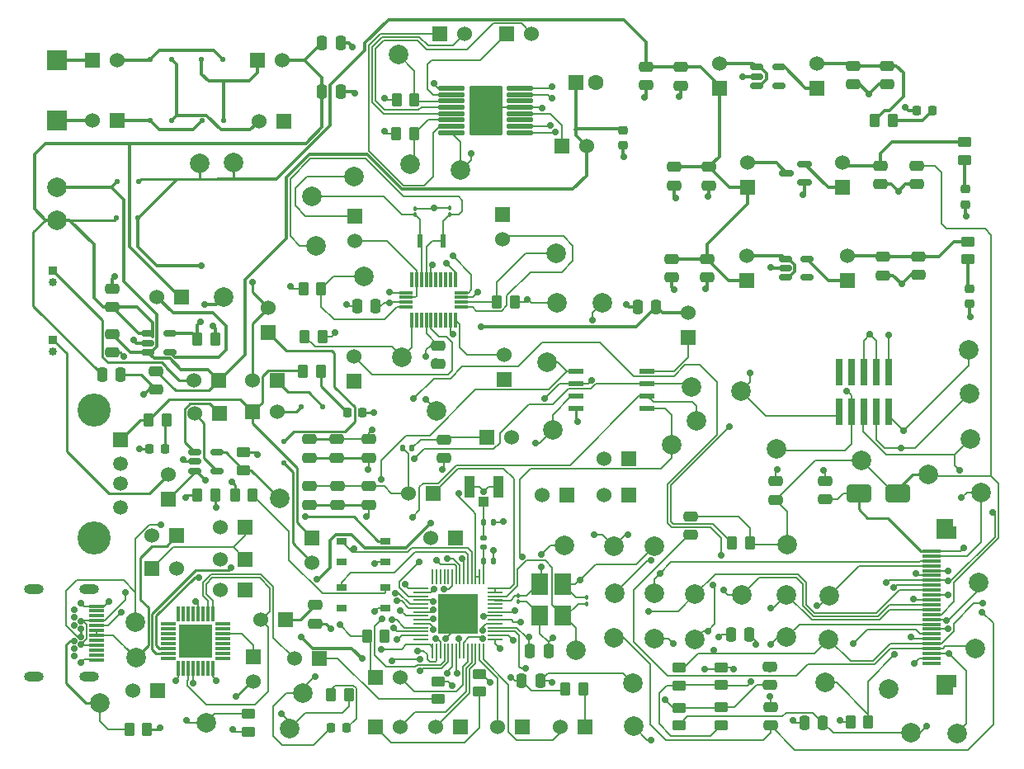
<source format=gbr>
%TF.GenerationSoftware,KiCad,Pcbnew,7.0.7*%
%TF.CreationDate,2024-11-27T13:26:36-08:00*%
%TF.ProjectId,OuterBoard_rev2.1,4f757465-7242-46f6-9172-645f72657632,rev?*%
%TF.SameCoordinates,Original*%
%TF.FileFunction,Copper,L1,Top*%
%TF.FilePolarity,Positive*%
%FSLAX46Y46*%
G04 Gerber Fmt 4.6, Leading zero omitted, Abs format (unit mm)*
G04 Created by KiCad (PCBNEW 7.0.7) date 2024-11-27 13:26:36*
%MOMM*%
%LPD*%
G01*
G04 APERTURE LIST*
G04 Aperture macros list*
%AMRoundRect*
0 Rectangle with rounded corners*
0 $1 Rounding radius*
0 $2 $3 $4 $5 $6 $7 $8 $9 X,Y pos of 4 corners*
0 Add a 4 corners polygon primitive as box body*
4,1,4,$2,$3,$4,$5,$6,$7,$8,$9,$2,$3,0*
0 Add four circle primitives for the rounded corners*
1,1,$1+$1,$2,$3*
1,1,$1+$1,$4,$5*
1,1,$1+$1,$6,$7*
1,1,$1+$1,$8,$9*
0 Add four rect primitives between the rounded corners*
20,1,$1+$1,$2,$3,$4,$5,0*
20,1,$1+$1,$4,$5,$6,$7,0*
20,1,$1+$1,$6,$7,$8,$9,0*
20,1,$1+$1,$8,$9,$2,$3,0*%
%AMFreePoly0*
4,1,17,1.053536,0.803536,1.055000,0.800000,1.055000,-1.150000,1.053536,-1.153536,1.050000,-1.155000,-0.250000,-1.155000,-0.253536,-1.153536,-0.255000,-1.150000,-0.255000,-0.805000,-1.050000,-0.805000,-1.053536,-0.803536,-1.055000,-0.800000,-1.055000,0.800000,-1.053536,0.803536,-1.050000,0.805000,1.050000,0.805000,1.053536,0.803536,1.053536,0.803536,$1*%
%AMFreePoly1*
4,1,17,1.053536,0.803536,1.055000,0.800000,1.055000,-0.800000,1.053536,-0.803536,1.050000,-0.805000,0.255000,-0.805000,0.255000,-1.150000,0.253536,-1.153536,0.250000,-1.155000,-1.050000,-1.155000,-1.053536,-1.153536,-1.055000,-1.150000,-1.055000,0.800000,-1.053536,0.803536,-1.050000,0.805000,1.050000,0.805000,1.053536,0.803536,1.053536,0.803536,$1*%
G04 Aperture macros list end*
%TA.AperFunction,ComponentPad*%
%ADD10R,1.530000X1.530000*%
%TD*%
%TA.AperFunction,ComponentPad*%
%ADD11C,1.530000*%
%TD*%
%TA.AperFunction,SMDPad,CuDef*%
%ADD12C,2.000000*%
%TD*%
%TA.AperFunction,SMDPad,CuDef*%
%ADD13RoundRect,0.250000X-0.475000X0.250000X-0.475000X-0.250000X0.475000X-0.250000X0.475000X0.250000X0*%
%TD*%
%TA.AperFunction,SMDPad,CuDef*%
%ADD14R,1.682000X2.294000*%
%TD*%
%TA.AperFunction,SMDPad,CuDef*%
%ADD15R,1.682000X2.040000*%
%TD*%
%TA.AperFunction,SMDPad,CuDef*%
%ADD16RoundRect,0.250000X-0.250000X-0.475000X0.250000X-0.475000X0.250000X0.475000X-0.250000X0.475000X0*%
%TD*%
%TA.AperFunction,SMDPad,CuDef*%
%ADD17RoundRect,0.100000X0.100000X-0.130000X0.100000X0.130000X-0.100000X0.130000X-0.100000X-0.130000X0*%
%TD*%
%TA.AperFunction,SMDPad,CuDef*%
%ADD18RoundRect,0.250000X0.475000X-0.250000X0.475000X0.250000X-0.475000X0.250000X-0.475000X-0.250000X0*%
%TD*%
%TA.AperFunction,SMDPad,CuDef*%
%ADD19RoundRect,0.250000X-0.262500X-0.450000X0.262500X-0.450000X0.262500X0.450000X-0.262500X0.450000X0*%
%TD*%
%TA.AperFunction,SMDPad,CuDef*%
%ADD20RoundRect,0.045000X-1.293000X-0.180000X1.293000X-0.180000X1.293000X0.180000X-1.293000X0.180000X0*%
%TD*%
%TA.AperFunction,SMDPad,CuDef*%
%ADD21RoundRect,0.046800X-1.291200X-0.187200X1.291200X-0.187200X1.291200X0.187200X-1.291200X0.187200X0*%
%TD*%
%TA.AperFunction,SMDPad,CuDef*%
%ADD22RoundRect,0.049000X-1.289000X-0.196000X1.289000X-0.196000X1.289000X0.196000X-1.289000X0.196000X0*%
%TD*%
%TA.AperFunction,SMDPad,CuDef*%
%ADD23RoundRect,0.051000X-1.649000X-2.449000X1.649000X-2.449000X1.649000X2.449000X-1.649000X2.449000X0*%
%TD*%
%TA.AperFunction,ComponentPad*%
%ADD24C,0.700000*%
%TD*%
%TA.AperFunction,SMDPad,CuDef*%
%ADD25R,1.050000X2.200000*%
%TD*%
%TA.AperFunction,SMDPad,CuDef*%
%ADD26R,1.050000X1.000000*%
%TD*%
%TA.AperFunction,SMDPad,CuDef*%
%ADD27R,1.620000X0.350000*%
%TD*%
%TA.AperFunction,ComponentPad*%
%ADD28O,2.000000X1.000000*%
%TD*%
%TA.AperFunction,ComponentPad*%
%ADD29R,1.508000X1.508000*%
%TD*%
%TA.AperFunction,ComponentPad*%
%ADD30C,1.508000*%
%TD*%
%TA.AperFunction,ComponentPad*%
%ADD31C,3.396000*%
%TD*%
%TA.AperFunction,SMDPad,CuDef*%
%ADD32RoundRect,0.125000X0.125000X0.125000X-0.125000X0.125000X-0.125000X-0.125000X0.125000X-0.125000X0*%
%TD*%
%TA.AperFunction,SMDPad,CuDef*%
%ADD33RoundRect,0.250000X0.262500X0.450000X-0.262500X0.450000X-0.262500X-0.450000X0.262500X-0.450000X0*%
%TD*%
%TA.AperFunction,SMDPad,CuDef*%
%ADD34RoundRect,0.150000X-0.512500X-0.150000X0.512500X-0.150000X0.512500X0.150000X-0.512500X0.150000X0*%
%TD*%
%TA.AperFunction,SMDPad,CuDef*%
%ADD35R,1.968000X0.312000*%
%TD*%
%TA.AperFunction,SMDPad,CuDef*%
%ADD36R,1.968000X0.300000*%
%TD*%
%TA.AperFunction,SMDPad,CuDef*%
%ADD37FreePoly0,90.000000*%
%TD*%
%TA.AperFunction,SMDPad,CuDef*%
%ADD38FreePoly1,90.000000*%
%TD*%
%TA.AperFunction,SMDPad,CuDef*%
%ADD39RoundRect,0.100000X-0.100000X0.130000X-0.100000X-0.130000X0.100000X-0.130000X0.100000X0.130000X0*%
%TD*%
%TA.AperFunction,SMDPad,CuDef*%
%ADD40RoundRect,0.125000X-0.125000X-0.125000X0.125000X-0.125000X0.125000X0.125000X-0.125000X0.125000X0*%
%TD*%
%TA.AperFunction,SMDPad,CuDef*%
%ADD41RoundRect,0.218750X0.256250X-0.218750X0.256250X0.218750X-0.256250X0.218750X-0.256250X-0.218750X0*%
%TD*%
%TA.AperFunction,SMDPad,CuDef*%
%ADD42RoundRect,0.225000X-0.250000X0.225000X-0.250000X-0.225000X0.250000X-0.225000X0.250000X0.225000X0*%
%TD*%
%TA.AperFunction,SMDPad,CuDef*%
%ADD43RoundRect,0.250000X-1.000000X-0.650000X1.000000X-0.650000X1.000000X0.650000X-1.000000X0.650000X0*%
%TD*%
%TA.AperFunction,SMDPad,CuDef*%
%ADD44RoundRect,0.250000X0.450000X-0.262500X0.450000X0.262500X-0.450000X0.262500X-0.450000X-0.262500X0*%
%TD*%
%TA.AperFunction,SMDPad,CuDef*%
%ADD45RoundRect,0.250000X-0.450000X0.262500X-0.450000X-0.262500X0.450000X-0.262500X0.450000X0.262500X0*%
%TD*%
%TA.AperFunction,SMDPad,CuDef*%
%ADD46RoundRect,0.218750X-0.218750X-0.256250X0.218750X-0.256250X0.218750X0.256250X-0.218750X0.256250X0*%
%TD*%
%TA.AperFunction,SMDPad,CuDef*%
%ADD47RoundRect,0.147500X-0.147500X-0.172500X0.147500X-0.172500X0.147500X0.172500X-0.147500X0.172500X0*%
%TD*%
%TA.AperFunction,ComponentPad*%
%ADD48R,2.000000X2.000000*%
%TD*%
%TA.AperFunction,ComponentPad*%
%ADD49R,0.850000X0.850000*%
%TD*%
%TA.AperFunction,ComponentPad*%
%ADD50C,0.850000*%
%TD*%
%TA.AperFunction,SMDPad,CuDef*%
%ADD51RoundRect,0.150000X0.587500X0.150000X-0.587500X0.150000X-0.587500X-0.150000X0.587500X-0.150000X0*%
%TD*%
%TA.AperFunction,SMDPad,CuDef*%
%ADD52RoundRect,0.218750X0.218750X0.256250X-0.218750X0.256250X-0.218750X-0.256250X0.218750X-0.256250X0*%
%TD*%
%TA.AperFunction,SMDPad,CuDef*%
%ADD53R,0.300000X1.494000*%
%TD*%
%TA.AperFunction,SMDPad,CuDef*%
%ADD54R,1.456000X0.300000*%
%TD*%
%TA.AperFunction,SMDPad,CuDef*%
%ADD55RoundRect,0.147500X0.172500X-0.147500X0.172500X0.147500X-0.172500X0.147500X-0.172500X-0.147500X0*%
%TD*%
%TA.AperFunction,SMDPad,CuDef*%
%ADD56RoundRect,0.033750X-0.101250X0.721750X-0.101250X-0.721750X0.101250X-0.721750X0.101250X0.721750X0*%
%TD*%
%TA.AperFunction,SMDPad,CuDef*%
%ADD57RoundRect,0.033750X-0.721750X0.101250X-0.721750X-0.101250X0.721750X-0.101250X0.721750X0.101250X0*%
%TD*%
%TA.AperFunction,SMDPad,CuDef*%
%ADD58R,3.400000X3.400000*%
%TD*%
%TA.AperFunction,SMDPad,CuDef*%
%ADD59RoundRect,0.125000X-0.125000X0.125000X-0.125000X-0.125000X0.125000X-0.125000X0.125000X0.125000X0*%
%TD*%
%TA.AperFunction,SMDPad,CuDef*%
%ADD60RoundRect,0.140000X-0.140000X-0.170000X0.140000X-0.170000X0.140000X0.170000X-0.140000X0.170000X0*%
%TD*%
%TA.AperFunction,SMDPad,CuDef*%
%ADD61RoundRect,0.250000X0.250000X0.475000X-0.250000X0.475000X-0.250000X-0.475000X0.250000X-0.475000X0*%
%TD*%
%TA.AperFunction,SMDPad,CuDef*%
%ADD62R,1.549400X0.558800*%
%TD*%
%TA.AperFunction,ComponentPad*%
%ADD63R,1.600000X1.600000*%
%TD*%
%TA.AperFunction,ComponentPad*%
%ADD64C,1.600000*%
%TD*%
%TA.AperFunction,SMDPad,CuDef*%
%ADD65R,0.660400X2.768600*%
%TD*%
%TA.AperFunction,SMDPad,CuDef*%
%ADD66R,0.990600X0.711200*%
%TD*%
%TA.AperFunction,SMDPad,CuDef*%
%ADD67R,0.609600X1.397000*%
%TD*%
%TA.AperFunction,SMDPad,CuDef*%
%ADD68R,0.199200X1.496999*%
%TD*%
%TA.AperFunction,SMDPad,CuDef*%
%ADD69R,0.199198X1.496999*%
%TD*%
%TA.AperFunction,SMDPad,CuDef*%
%ADD70R,1.496999X0.199200*%
%TD*%
%TA.AperFunction,SMDPad,CuDef*%
%ADD71R,1.496999X0.185599*%
%TD*%
%TA.AperFunction,SMDPad,CuDef*%
%ADD72R,4.038600X4.038600*%
%TD*%
%TA.AperFunction,ViaPad*%
%ADD73C,0.700000*%
%TD*%
%TA.AperFunction,Conductor*%
%ADD74C,0.200000*%
%TD*%
%TA.AperFunction,Conductor*%
%ADD75C,0.254000*%
%TD*%
%TA.AperFunction,Conductor*%
%ADD76C,0.300000*%
%TD*%
G04 APERTURE END LIST*
D10*
%TO.P,J14,01,01*%
%TO.N,VCC*%
X97993200Y-89560400D03*
D11*
%TO.P,J14,02,02*%
%TO.N,Net-(U1-V_{DD})*%
X95453200Y-89560400D03*
%TD*%
D12*
%TO.P,TP44,1,1*%
%TO.N,CAM_RESET*%
X172796200Y-134264400D03*
%TD*%
D10*
%TO.P,J27,01,01*%
%TO.N,BNO_SDA*%
X117881400Y-128574800D03*
D11*
%TO.P,J27,02,02*%
%TO.N,GPIO33*%
X120421400Y-128574800D03*
%TD*%
D13*
%TO.P,C16,1*%
%TO.N,+3.3V*%
X170357800Y-65809500D03*
%TO.P,C16,2*%
%TO.N,GND*%
X170357800Y-67709500D03*
%TD*%
D14*
%TO.P,Y1,1,1*%
%TO.N,Net-(U9-XTAL_N)*%
X134713000Y-119035400D03*
D15*
%TO.P,Y1,2,GND*%
%TO.N,GND*%
X134713000Y-122202400D03*
%TO.P,Y1,3,3*%
%TO.N,Net-(U9-XTAL_P)*%
X137095000Y-122202400D03*
D14*
%TO.P,Y1,4,GND*%
%TO.N,GND*%
X137095000Y-119035400D03*
%TD*%
D16*
%TO.P,C32,1*%
%TO.N,+3.3V*%
X133720800Y-125831600D03*
%TO.P,C32,2*%
%TO.N,GND*%
X135620800Y-125831600D03*
%TD*%
D13*
%TO.P,C27,1*%
%TO.N,+2V8*%
X173380400Y-76071100D03*
%TO.P,C27,2*%
%TO.N,GND*%
X173380400Y-77971100D03*
%TD*%
D12*
%TO.P,TP3,1,1*%
%TO.N,+BATT*%
X85191600Y-78282800D03*
%TD*%
D17*
%TO.P,C43,1*%
%TO.N,Net-(U9-XTAL_P)*%
X139547600Y-121010200D03*
%TO.P,C43,2*%
%TO.N,GND*%
X139547600Y-120370200D03*
%TD*%
D18*
%TO.P,C12,1*%
%TO.N,Net-(D7-K)*%
X163982400Y-110322400D03*
%TO.P,C12,2*%
%TO.N,GND*%
X163982400Y-108422400D03*
%TD*%
D10*
%TO.P,J5,01,01*%
%TO.N,Net-(U2-BOUT1)*%
X124496900Y-62509400D03*
D11*
%TO.P,J5,02,02*%
%TO.N,Net-(U2-BOUT2)*%
X127036900Y-62509400D03*
%TD*%
D19*
%TO.P,R13,1*%
%TO.N,+3.3V*%
X99571800Y-109829600D03*
%TO.P,R13,2*%
%TO.N,Net-(R13-Pad2)*%
X101396800Y-109829600D03*
%TD*%
D12*
%TO.P,TP36,1,1*%
%TO.N,Net-(U8-CAP)*%
X124155200Y-101193600D03*
%TD*%
%TO.P,TP32,1,1*%
%TO.N,Net-(U8-XOUT32)*%
X111760000Y-84277200D03*
%TD*%
D20*
%TO.P,U2,1,~{SLEEP}*%
%TO.N,DRV_SLEEP*%
X125692000Y-68113600D03*
%TO.P,U2,2,AOUT1*%
%TO.N,Net-(U2-AOUT1)*%
X125692000Y-68763600D03*
%TO.P,U2,3,AISEN*%
%TO.N,Net-(U2-AISEN)*%
X125692000Y-69413600D03*
%TO.P,U2,4,AOUT2*%
%TO.N,Net-(U2-AOUT2)*%
X125692000Y-70063600D03*
%TO.P,U2,5,BOUT2*%
%TO.N,Net-(U2-BOUT2)*%
X125692000Y-70713600D03*
%TO.P,U2,6,BISEN*%
%TO.N,Net-(U2-BISEN)*%
X125692000Y-71363600D03*
%TO.P,U2,7,BOUT1*%
%TO.N,Net-(U2-BOUT1)*%
X125692000Y-72013600D03*
D21*
%TO.P,U2,8,~{FAULT}*%
%TO.N,DRV_FAULT*%
X125692000Y-72654600D03*
D20*
%TO.P,U2,9,BIN1*%
%TO.N,MOTOR2_BIN1*%
X132668000Y-72663600D03*
%TO.P,U2,10,BIN2*%
%TO.N,MOTOR2_BIN2*%
X132668000Y-72013600D03*
%TO.P,U2,11,NC*%
%TO.N,unconnected-(U2-NC-Pad11)*%
X132668000Y-71363600D03*
%TO.P,U2,12,VM*%
%TO.N,Net-(U2-VM)*%
X132668000Y-70713600D03*
%TO.P,U2,13,GND*%
%TO.N,GND*%
X132668000Y-70063600D03*
%TO.P,U2,14,NC*%
%TO.N,unconnected-(U2-NC-Pad14)*%
X132668000Y-69413600D03*
%TO.P,U2,15,AIN2*%
%TO.N,MOTOR1_AIN2*%
X132668000Y-68763600D03*
D22*
%TO.P,U2,16,AIN1*%
%TO.N,MOTOR1_AIN1*%
X132668000Y-68093600D03*
D23*
%TO.P,U2,17,EXP*%
%TO.N,GND*%
X129180000Y-70388600D03*
D24*
%TO.P,U2,18_1*%
%TO.N,N/C*%
X128180000Y-68588600D03*
%TO.P,U2,18_2*%
X128180000Y-69788600D03*
%TO.P,U2,18_3*%
X128180000Y-70988600D03*
%TO.P,U2,18_4*%
X128180000Y-72188600D03*
%TO.P,U2,18_5*%
X129180000Y-68588600D03*
%TO.P,U2,18_6*%
X129180000Y-69788600D03*
%TO.P,U2,18_7*%
X129180000Y-70988600D03*
%TO.P,U2,18_8*%
X129180000Y-72188600D03*
%TO.P,U2,18_9*%
X130180000Y-68588600D03*
%TO.P,U2,18_10*%
X130180000Y-69788600D03*
%TO.P,U2,18_11*%
X130180000Y-70988600D03*
%TO.P,U2,18_12*%
X130180000Y-72188600D03*
%TD*%
D16*
%TO.P,C7,1*%
%TO.N,VCC*%
X89829600Y-97536000D03*
%TO.P,C7,2*%
%TO.N,GND*%
X91729600Y-97536000D03*
%TD*%
D12*
%TO.P,TP21,1,1*%
%TO.N,MTCK{slash}IO39{slash}CAM_SCL*%
X159004000Y-105105200D03*
%TD*%
D18*
%TO.P,C9,1*%
%TO.N,+2V8*%
X158953200Y-110347800D03*
%TO.P,C9,2*%
%TO.N,GND*%
X158953200Y-108447800D03*
%TD*%
D17*
%TO.P,C31,1*%
%TO.N,Net-(U8-XOUT32)*%
X125501400Y-81056000D03*
%TO.P,C31,2*%
%TO.N,GND*%
X125501400Y-80416000D03*
%TD*%
D12*
%TO.P,TP27,1,1*%
%TO.N,IO21{slash}USER_LED*%
X110388400Y-130149600D03*
%TD*%
%TO.P,TP56,1,1*%
%TO.N,IO14{slash}DVP_Y6*%
X146481800Y-124612400D03*
%TD*%
D13*
%TO.P,C40,1*%
%TO.N,+3.3V*%
X113944400Y-108966000D03*
%TO.P,C40,2*%
%TO.N,GND*%
X113944400Y-110866000D03*
%TD*%
D12*
%TO.P,TP43,1,1*%
%TO.N,MTCK{slash}IO39{slash}CAM_SCL*%
X164363400Y-124637800D03*
%TD*%
D25*
%TO.P,ANT1,GND1*%
%TO.N,GND*%
X127506200Y-109041200D03*
%TO.P,ANT1,GND2*%
X130456200Y-109041200D03*
D26*
%TO.P,ANT1,SIG*%
%TO.N,Net-(ANT1-PadSIG)*%
X128981200Y-110566200D03*
%TD*%
D13*
%TO.P,C39,1*%
%TO.N,+3.3V*%
X111048800Y-108966000D03*
%TO.P,C39,2*%
%TO.N,GND*%
X111048800Y-110866000D03*
%TD*%
D12*
%TO.P,TP31,1,1*%
%TO.N,Net-(U8-XIN32)*%
X111379000Y-79248000D03*
%TD*%
D10*
%TO.P,J13,01,01*%
%TO.N,+BATT*%
X96570800Y-110298300D03*
D11*
%TO.P,J13,02,02*%
%TO.N,Net-(J13-Pad02)*%
X96570800Y-107758300D03*
%TD*%
D27*
%TO.P,J42,A1,GND*%
%TO.N,GND*%
X89211700Y-121252800D03*
%TO.P,J42,A2,SSTXP1*%
%TO.N,unconnected-(J42-SSTXP1-PadA2)*%
X89211700Y-121752800D03*
%TO.P,J42,A3,SSTXN1*%
%TO.N,unconnected-(J42-SSTXN1-PadA3)*%
X89211700Y-122252800D03*
%TO.P,J42,A4,VBUS*%
%TO.N,+5V*%
X89211700Y-122752800D03*
%TO.P,J42,A5,CC1*%
%TO.N,Net-(J42-CC1)*%
X89211700Y-123252800D03*
%TO.P,J42,A6,DP1*%
%TO.N,Net-(J42-DN1)*%
X89211700Y-123752800D03*
%TO.P,J42,A7,DN1*%
X89211700Y-124252800D03*
%TO.P,J42,A8,SBU1*%
%TO.N,unconnected-(J42-SBU1-PadA8)*%
X89211700Y-124752800D03*
%TO.P,J42,A9,VBUS__1*%
%TO.N,+5V*%
X89211700Y-125252800D03*
%TO.P,J42,A10,SSRXN2*%
%TO.N,unconnected-(J42-SSRXN2-PadA10)*%
X89211700Y-125752800D03*
%TO.P,J42,A11,SSRXP2*%
%TO.N,unconnected-(J42-SSRXP2-PadA11)*%
X89211700Y-126252800D03*
%TO.P,J42,A12,GND__1*%
%TO.N,GND*%
X89211700Y-126752800D03*
D24*
%TO.P,J42,B1,GND__2*%
X87641700Y-127052800D03*
%TO.P,J42,B2,SSTXP2*%
%TO.N,unconnected-(J42-SSTXP2-PadB2)*%
X86941700Y-126402800D03*
%TO.P,J42,B3,SSTXN2*%
%TO.N,unconnected-(J42-SSTXN2-PadB3)*%
X86941700Y-125602800D03*
%TO.P,J42,B4,VBUS__2*%
%TO.N,+5V*%
X87641700Y-125202800D03*
%TO.P,J42,B5,CC2*%
%TO.N,Net-(J42-CC2)*%
X86941700Y-124802800D03*
%TO.P,J42,B6,DP2*%
%TO.N,Net-(J42-DN2)*%
X87641700Y-124402800D03*
%TO.P,J42,B7,DN2*%
X87641700Y-123602800D03*
%TO.P,J42,B8,SBU2*%
%TO.N,unconnected-(J42-SBU2-PadB8)*%
X86941700Y-123202800D03*
%TO.P,J42,B9,VBUS__3*%
%TO.N,+5V*%
X87641700Y-122802800D03*
%TO.P,J42,B10,SSRXN1*%
%TO.N,unconnected-(J42-SSRXN1-PadB10)*%
X86941700Y-122402800D03*
%TO.P,J42,B11,SSRXP1*%
%TO.N,unconnected-(J42-SSRXP1-PadB11)*%
X86941700Y-121602800D03*
%TO.P,J42,B12,GND__3*%
%TO.N,GND*%
X87641700Y-120952800D03*
D28*
%TO.P,J42,SH1,SHIELD*%
X88441700Y-119502800D03*
%TO.P,J42,SH2,SHIELD__1*%
X88441700Y-128502800D03*
%TO.P,J42,SH3,SHIELD__2*%
X82841700Y-119502800D03*
%TO.P,J42,SH4,SHIELD__3*%
X82841700Y-128502800D03*
%TD*%
D12*
%TO.P,TP14,1,1*%
%TO.N,Net-(U9-XTAL_N)*%
X137210800Y-115011200D03*
%TD*%
%TO.P,TP46,1,1*%
%TO.N,Net-(J10-Pad8)*%
X164033200Y-129108200D03*
%TD*%
%TO.P,TP10,1,1*%
%TO.N,Net-(U3-PROG)*%
X108051600Y-110236000D03*
%TD*%
D13*
%TO.P,C24,1*%
%TO.N,+1V8*%
X169900600Y-85418300D03*
%TO.P,C24,2*%
%TO.N,GND*%
X169900600Y-87318300D03*
%TD*%
%TO.P,C20,1*%
%TO.N,VDC*%
X148539200Y-76198100D03*
%TO.P,C20,2*%
%TO.N,GND*%
X148539200Y-78098100D03*
%TD*%
%TO.P,C21,1*%
%TO.N,VDC*%
X151866600Y-85621500D03*
%TO.P,C21,2*%
%TO.N,GND*%
X151866600Y-87521500D03*
%TD*%
D10*
%TO.P,J16,01,01*%
%TO.N,DRV_FAULT*%
X139344400Y-133629400D03*
D11*
%TO.P,J16,02,02*%
%TO.N,GPIO37*%
X136804400Y-133629400D03*
%TD*%
D29*
%TO.P,J44,1,VCC*%
%TO.N,+5V*%
X91726100Y-104167550D03*
D30*
%TO.P,J44,2,D-*%
%TO.N,Net-(J44-D-)*%
X91726100Y-106667550D03*
%TO.P,J44,3,D+*%
%TO.N,Net-(J44-D+)*%
X91726100Y-108667550D03*
%TO.P,J44,4,GND*%
%TO.N,GND*%
X91726100Y-111167550D03*
D31*
%TO.P,J44,SH1,SHIELD*%
X89016100Y-101097550D03*
%TO.P,J44,SH2,SHIELD__1*%
X89016100Y-114237550D03*
%TD*%
D10*
%TO.P,J22,01,01*%
%TO.N,Net-(U5-VOUT)*%
X166293800Y-87805900D03*
D11*
%TO.P,J22,02,02*%
%TO.N,+1V8*%
X166293800Y-85265900D03*
%TD*%
D13*
%TO.P,FB1,1*%
%TO.N,+2V8*%
X150215600Y-112064800D03*
%TO.P,FB1,2*%
%TO.N,Net-(FB1-Pad2)*%
X150215600Y-113964800D03*
%TD*%
D12*
%TO.P,TP64,1,1*%
%TO.N,Net-(J42-CC1)*%
X100480500Y-133197600D03*
%TD*%
D32*
%TO.P,D15,1,K*%
%TO.N,Net-(D15-K)*%
X112471200Y-100787200D03*
%TO.P,D15,2,A*%
%TO.N,Net-(D15-A)*%
X110271200Y-100787200D03*
%TD*%
D13*
%TO.P,C37,1*%
%TO.N,+3.3V*%
X117181700Y-104140000D03*
%TO.P,C37,2*%
%TO.N,GND*%
X117181700Y-106040000D03*
%TD*%
%TO.P,C23,1*%
%TO.N,+3.3V*%
X111709200Y-121158000D03*
%TO.P,C23,2*%
%TO.N,GND*%
X111709200Y-123058000D03*
%TD*%
D10*
%TO.P,J35,01,01*%
%TO.N,+3.3V*%
X108672700Y-122682000D03*
D11*
%TO.P,J35,02,02*%
%TO.N,Net-(U7-VCC)*%
X106132700Y-122682000D03*
%TD*%
D10*
%TO.P,J31,01,01*%
%TO.N,D0{slash}A0*%
X126097100Y-114249200D03*
D11*
%TO.P,J31,02,02*%
%TO.N,MOTOR2_BIN2*%
X123557100Y-114249200D03*
%TD*%
D33*
%TO.P,R20,1*%
%TO.N,Net-(D14-A)*%
X112268000Y-97180400D03*
%TO.P,R20,2*%
%TO.N,+5V*%
X110443000Y-97180400D03*
%TD*%
D12*
%TO.P,TP61,1,1*%
%TO.N,GND*%
X144297400Y-129133600D03*
%TD*%
D34*
%TO.P,U3,1,CE*%
%TO.N,VCC*%
X99344900Y-105476000D03*
%TO.P,U3,2,V_{SS}*%
%TO.N,GND*%
X99344900Y-106426000D03*
%TO.P,U3,3,V_{BAT}*%
%TO.N,+BATT*%
X99344900Y-107376000D03*
%TO.P,U3,4,V_{DD}*%
%TO.N,Net-(U3-V_{DD})*%
X101619900Y-107376000D03*
%TO.P,U3,5,PROG*%
%TO.N,Net-(U3-PROG)*%
X101619900Y-105476000D03*
%TD*%
D10*
%TO.P,J9,01,01*%
%TO.N,USB_DP*%
X104495600Y-116433600D03*
D11*
%TO.P,J9,02,02*%
%TO.N,Net-(U7-USBDP)*%
X101955600Y-116433600D03*
%TD*%
D10*
%TO.P,J36,01,01*%
%TO.N,+5V*%
X111353600Y-114249200D03*
D11*
%TO.P,J36,02,02*%
%TO.N,Net-(D8-A)*%
X111353600Y-116789200D03*
%TD*%
D10*
%TO.P,J15,01,01*%
%TO.N,VCC*%
X101854000Y-101498400D03*
D11*
%TO.P,J15,02,02*%
%TO.N,Net-(U3-V_{DD})*%
X99314000Y-101498400D03*
%TD*%
D13*
%TO.P,C11,1*%
%TO.N,VDC*%
X145643600Y-65911100D03*
%TO.P,C11,2*%
%TO.N,GND*%
X145643600Y-67811100D03*
%TD*%
%TO.P,C8,1*%
%TO.N,+BATT*%
X95351600Y-97129600D03*
%TO.P,C8,2*%
%TO.N,GND*%
X95351600Y-99029600D03*
%TD*%
D19*
%TO.P,R6,1*%
%TO.N,Net-(R6-Pad1)*%
X154461200Y-114782600D03*
%TO.P,R6,2*%
%TO.N,+2V8*%
X156286200Y-114782600D03*
%TD*%
D35*
%TO.P,J10,1,1*%
%TO.N,unconnected-(J10-Pad1)*%
X174897800Y-127105200D03*
D36*
%TO.P,J10,2,2*%
%TO.N,GND*%
X174897800Y-126611200D03*
%TO.P,J10,3,3*%
%TO.N,MTDO{slash}IO40{slash}CAM_SDA*%
X174897800Y-126111200D03*
%TO.P,J10,4,4*%
%TO.N,Net-(FB1-Pad2)*%
X174897800Y-125611200D03*
%TO.P,J10,5,5*%
%TO.N,MTCK{slash}IO39{slash}CAM_SCL*%
X174897800Y-125111200D03*
%TO.P,J10,6,6*%
%TO.N,CAM_RESET*%
X174897800Y-124611200D03*
%TO.P,J10,7,7*%
%TO.N,IO38{slash}DVP_VSYNC*%
X174897800Y-124111200D03*
%TO.P,J10,8,8*%
%TO.N,Net-(J10-Pad8)*%
X174897800Y-123611200D03*
%TO.P,J10,9,9*%
%TO.N,IO47{slash}DVP_HREF*%
X174897800Y-123111200D03*
%TO.P,J10,10,10*%
%TO.N,+1V8*%
X174897800Y-122611200D03*
%TO.P,J10,11,11*%
%TO.N,+2V8*%
X174897800Y-122111200D03*
%TO.P,J10,12,12*%
%TO.N,IO48{slash}DVP_Y9*%
X174897800Y-121611200D03*
%TO.P,J10,13,13*%
%TO.N,IO10{slash}XMCLK*%
X174897800Y-121111200D03*
%TO.P,J10,14,14*%
%TO.N,IO11{slash}DVP_Y8*%
X174897800Y-120611200D03*
%TO.P,J10,15,15*%
%TO.N,GND*%
X174897800Y-120111200D03*
%TO.P,J10,16,16*%
%TO.N,IO12{slash}DVP_Y7*%
X174897800Y-119611200D03*
%TO.P,J10,17,17*%
%TO.N,IO13{slash}DVP_PCLK*%
X174897800Y-119111200D03*
%TO.P,J10,18,18*%
%TO.N,IO14{slash}DVP_Y6*%
X174897800Y-118611200D03*
%TO.P,J10,19,19*%
%TO.N,IO15{slash}DVP_Y2*%
X174897800Y-118111200D03*
%TO.P,J10,20,20*%
%TO.N,IO16{slash}DVP_Y5*%
X174897800Y-117611200D03*
%TO.P,J10,21,21*%
%TO.N,IO17{slash}DVP_Y3*%
X174897800Y-117111200D03*
%TO.P,J10,22,22*%
%TO.N,IO18{slash}DVP_Y4*%
X174897800Y-116611200D03*
%TO.P,J10,23,23*%
%TO.N,GND*%
X174897800Y-116111200D03*
%TO.P,J10,24,24*%
%TO.N,Net-(D7-K)*%
X174897800Y-115611200D03*
D37*
%TO.P,J10,S1*%
%TO.N,N/C*%
X176281800Y-129361200D03*
D38*
%TO.P,J10,S2*%
X176281800Y-113361200D03*
%TD*%
D10*
%TO.P,J1,01,01*%
%TO.N,Net-(J1-Pad01)*%
X88823800Y-65227200D03*
D11*
%TO.P,J1,02,02*%
%TO.N,Net-(D1-K)*%
X91363800Y-65227200D03*
%TD*%
D39*
%TO.P,C45,1*%
%TO.N,Net-(U9-XTAL_N)*%
X132486400Y-120167000D03*
%TO.P,C45,2*%
%TO.N,GND*%
X132486400Y-120807000D03*
%TD*%
D40*
%TO.P,D2,1,K*%
%TO.N,Net-(D2-K)*%
X94751800Y-71424800D03*
%TO.P,D2,2,A*%
%TO.N,Net-(D1-A)*%
X96951800Y-71424800D03*
%TD*%
D10*
%TO.P,J6,01,01*%
%TO.N,Net-(U2-AOUT1)*%
X131343400Y-62534800D03*
D11*
%TO.P,J6,02,02*%
%TO.N,Net-(U2-AOUT2)*%
X133883400Y-62534800D03*
%TD*%
D41*
%TO.P,D11,1,K*%
%TO.N,GND*%
X178790600Y-90242600D03*
%TO.P,D11,2,A*%
%TO.N,Net-(D11-A)*%
X178790600Y-88667600D03*
%TD*%
D12*
%TO.P,TP8,1,1*%
%TO.N,Net-(U2-BISEN)*%
X121412000Y-75895200D03*
%TD*%
D33*
%TO.P,R3,1*%
%TO.N,Net-(U2-AISEN)*%
X121869200Y-69342000D03*
%TO.P,R3,2*%
%TO.N,GND*%
X120044200Y-69342000D03*
%TD*%
D12*
%TO.P,TP11,1,1*%
%TO.N,DRV_FAULT*%
X126619000Y-76504800D03*
%TD*%
D16*
%TO.P,C42,1*%
%TO.N,+3.3V*%
X132872400Y-128930400D03*
%TO.P,C42,2*%
%TO.N,GND*%
X134772400Y-128930400D03*
%TD*%
D10*
%TO.P,J38,01,01*%
%TO.N,+3.3V*%
X115722400Y-81229200D03*
D11*
%TO.P,J38,02,02*%
%TO.N,Net-(U8-VDD)*%
X115722400Y-83769200D03*
%TD*%
D10*
%TO.P,J46,01,01*%
%TO.N,Net-(D15-K)*%
X107746800Y-98094800D03*
D11*
%TO.P,J46,02,02*%
%TO.N,VDC*%
X105206800Y-98094800D03*
%TD*%
D12*
%TO.P,TP33,1,1*%
%TO.N,Net-(U8-PS0)*%
X120599200Y-95681800D03*
%TD*%
D40*
%TO.P,D3,1,K*%
%TO.N,Net-(D3-K)*%
X100017400Y-65125600D03*
%TO.P,D3,2,A*%
%TO.N,Net-(D1-K)*%
X102217400Y-65125600D03*
%TD*%
D10*
%TO.P,J34,01,01*%
%TO.N,Net-(U11-VCC)*%
X149961600Y-93726000D03*
D11*
%TO.P,J34,02,02*%
%TO.N,VDD_SPI*%
X149961600Y-91186000D03*
%TD*%
D12*
%TO.P,TP38,1,1*%
%TO.N,+3.3V*%
X115646200Y-77216000D03*
%TD*%
D10*
%TO.P,J25,01,01*%
%TO.N,BNO_INT*%
X126568200Y-133654800D03*
D11*
%TO.P,J25,02,02*%
%TO.N,GPIO35*%
X124028200Y-133654800D03*
%TD*%
D12*
%TO.P,TP29,1,1*%
%TO.N,SPIWP*%
X136042400Y-103174800D03*
%TD*%
D42*
%TO.P,C5,1*%
%TO.N,+BATT*%
X143230600Y-72440800D03*
%TO.P,C5,2*%
%TO.N,GND*%
X143230600Y-73990800D03*
%TD*%
D43*
%TO.P,D7,1,K*%
%TO.N,Net-(D7-K)*%
X167468800Y-109728000D03*
%TO.P,D7,2,A*%
%TO.N,+2V8*%
X171468800Y-109728000D03*
%TD*%
D12*
%TO.P,TP40,1,1*%
%TO.N,MTDO{slash}IO40{slash}CAM_SDA*%
X177520600Y-134289800D03*
%TD*%
D44*
%TO.P,R23,1*%
%TO.N,Net-(D11-A)*%
X178689000Y-85668500D03*
%TO.P,R23,2*%
%TO.N,+1V8*%
X178689000Y-83843500D03*
%TD*%
%TO.P,R7,1*%
%TO.N,Net-(R6-Pad1)*%
X153314400Y-129360300D03*
%TO.P,R7,2*%
%TO.N,MTDO{slash}IO40{slash}CAM_SDA*%
X153314400Y-127535300D03*
%TD*%
D10*
%TO.P,J23,01,01*%
%TO.N,Net-(U2-VM)*%
X136996100Y-74015600D03*
D11*
%TO.P,J23,02,02*%
%TO.N,+BATT*%
X139536100Y-74015600D03*
%TD*%
D45*
%TO.P,R26,1*%
%TO.N,Net-(J42-CC1)*%
X104800400Y-132334000D03*
%TO.P,R26,2*%
%TO.N,GND*%
X104800400Y-134159000D03*
%TD*%
D46*
%TO.P,D13,1,K*%
%TO.N,GND*%
X94691000Y-105156000D03*
%TO.P,D13,2,A*%
%TO.N,Net-(D13-A)*%
X96266000Y-105156000D03*
%TD*%
D10*
%TO.P,J33,01,01*%
%TO.N,Net-(J33-Pad01)*%
X123774200Y-109687400D03*
D11*
%TO.P,J33,02,02*%
%TO.N,+3.3V*%
X121234200Y-109687400D03*
%TD*%
D46*
%TO.P,D9,1,K*%
%TO.N,IO21{slash}USER_LED*%
X113309200Y-133756400D03*
%TO.P,D9,2,A*%
%TO.N,Net-(D9-A)*%
X114884200Y-133756400D03*
%TD*%
D33*
%TO.P,R25,1*%
%TO.N,Net-(D13-A)*%
X96418400Y-102158800D03*
%TO.P,R25,2*%
%TO.N,+5V*%
X94593400Y-102158800D03*
%TD*%
D12*
%TO.P,TP59,1,1*%
%TO.N,IO17{slash}DVP_Y3*%
X164414200Y-120167400D03*
%TD*%
D10*
%TO.P,J29,01,01*%
%TO.N,D2{slash}A2*%
X143865600Y-109829600D03*
D11*
%TO.P,J29,02,02*%
%TO.N,MOTOR1_AIN2*%
X141325600Y-109829600D03*
%TD*%
D12*
%TO.P,TP25,1,1*%
%TO.N,Net-(J42-DN1)*%
X93268800Y-126542800D03*
%TD*%
D47*
%TO.P,L2,1,1*%
%TO.N,+3.3V*%
X120645200Y-105054400D03*
%TO.P,L2,2,2*%
%TO.N,Net-(C38-Pad1)*%
X121615200Y-105054400D03*
%TD*%
D17*
%TO.P,C30,1*%
%TO.N,Net-(U8-XIN32)*%
X121945400Y-81092000D03*
%TO.P,C30,2*%
%TO.N,GND*%
X121945400Y-80452000D03*
%TD*%
D12*
%TO.P,TP5,1,1*%
%TO.N,VCC*%
X85191600Y-81635600D03*
%TD*%
%TO.P,TP48,1,1*%
%TO.N,+1V8*%
X179730400Y-118872000D03*
%TD*%
%TO.P,TP41,1,1*%
%TO.N,Net-(FB1-Pad2)*%
X179374800Y-125577600D03*
%TD*%
D44*
%TO.P,R8,1*%
%TO.N,Net-(R6-Pad1)*%
X153314400Y-133473200D03*
%TO.P,R8,2*%
%TO.N,+3.3V*%
X153314400Y-131648200D03*
%TD*%
D13*
%TO.P,C29,1*%
%TO.N,Net-(U8-CAP)*%
X124307600Y-94513400D03*
%TO.P,C29,2*%
%TO.N,GND*%
X124307600Y-96413400D03*
%TD*%
D10*
%TO.P,J43,01,01*%
%TO.N,Net-(U7-USBDM)*%
X104495600Y-119634000D03*
D11*
%TO.P,J43,02,02*%
%TO.N,USB_DN*%
X101955600Y-119634000D03*
%TD*%
D18*
%TO.P,C14,1*%
%TO.N,Net-(D7-K)*%
X158394400Y-133487200D03*
%TO.P,C14,2*%
%TO.N,GND*%
X158394400Y-131587200D03*
%TD*%
D10*
%TO.P,J48,01,01*%
%TO.N,USB_DP*%
X104495600Y-113131600D03*
D11*
%TO.P,J48,02,02*%
%TO.N,Net-(J44-D+)*%
X101955600Y-113131600D03*
%TD*%
D10*
%TO.P,J3,01,01*%
%TO.N,Net-(D3-K)*%
X105779500Y-65252600D03*
D11*
%TO.P,J3,02,02*%
%TO.N,VCC*%
X108319500Y-65252600D03*
%TD*%
D48*
%TO.P,TP1,1,1*%
%TO.N,Net-(J1-Pad01)*%
X85140800Y-65244000D03*
%TD*%
D34*
%TO.P,U4,1,VIN*%
%TO.N,Net-(U4-EN)*%
X156957600Y-65946700D03*
%TO.P,U4,2,GND*%
%TO.N,GND*%
X156957600Y-66896700D03*
%TO.P,U4,3,EN*%
%TO.N,Net-(U4-EN)*%
X156957600Y-67846700D03*
%TO.P,U4,4,NC*%
%TO.N,unconnected-(U4-NC-Pad4)*%
X159232600Y-67846700D03*
%TO.P,U4,5,VOUT*%
%TO.N,Net-(U4-VOUT)*%
X159232600Y-65946700D03*
%TD*%
D13*
%TO.P,C4,1*%
%TO.N,+BATT*%
X90855800Y-93319600D03*
%TO.P,C4,2*%
%TO.N,GND*%
X90855800Y-95219600D03*
%TD*%
D12*
%TO.P,TP62,1,1*%
%TO.N,Net-(D7-K)*%
X142367000Y-124536200D03*
%TD*%
D10*
%TO.P,J2,01,01*%
%TO.N,Net-(D2-K)*%
X91389200Y-71450200D03*
D11*
%TO.P,J2,02,02*%
%TO.N,Net-(J2-Pad02)*%
X88849200Y-71450200D03*
%TD*%
D10*
%TO.P,J41,01,01*%
%TO.N,GND*%
X130886200Y-81102200D03*
D11*
%TO.P,J41,02,02*%
%TO.N,Net-(U8-PIN16)*%
X130886200Y-83642200D03*
%TD*%
D12*
%TO.P,TP45,1,1*%
%TO.N,IO38{slash}DVP_VSYNC*%
X170535600Y-129794000D03*
%TD*%
%TO.P,TP6,1,1*%
%TO.N,VDC*%
X103327200Y-75742800D03*
%TD*%
D10*
%TO.P,J4,01,01*%
%TO.N,GND*%
X108444100Y-71501000D03*
D11*
%TO.P,J4,02,02*%
%TO.N,Net-(D1-A)*%
X105904100Y-71501000D03*
%TD*%
D13*
%TO.P,C26,1*%
%TO.N,+1V8*%
X173609000Y-85367500D03*
%TO.P,C26,2*%
%TO.N,GND*%
X173609000Y-87267500D03*
%TD*%
D44*
%TO.P,R4,1*%
%TO.N,Net-(U3-PROG)*%
X104343200Y-107285800D03*
%TO.P,R4,2*%
%TO.N,GND*%
X104343200Y-105460800D03*
%TD*%
D49*
%TO.P,J7,1,1*%
%TO.N,Net-(J12-Pad02)*%
X84785200Y-86801801D03*
D50*
%TO.P,J7,2,2*%
%TO.N,GND*%
X84785200Y-88051801D03*
%TD*%
D12*
%TO.P,TP50,1,1*%
%TO.N,IO48{slash}DVP_Y9*%
X160045400Y-120091200D03*
%TD*%
%TO.P,TP7,1,1*%
%TO.N,Net-(U1-PROG)*%
X102311200Y-89560400D03*
%TD*%
D49*
%TO.P,J8,1,1*%
%TO.N,Net-(J13-Pad02)*%
X84792401Y-93913801D03*
D50*
%TO.P,J8,2,2*%
%TO.N,GND*%
X84792401Y-95163801D03*
%TD*%
D33*
%TO.P,R5,1*%
%TO.N,Net-(J10-Pad8)*%
X168427400Y-133121400D03*
%TO.P,R5,2*%
%TO.N,GND*%
X166602400Y-133121400D03*
%TD*%
D51*
%TO.P,U6,1,GND*%
%TO.N,GND*%
X161911200Y-77767900D03*
%TO.P,U6,2,VO*%
%TO.N,Net-(U6-VO)*%
X161911200Y-75867900D03*
%TO.P,U6,3,VI*%
%TO.N,Net-(U6-VI)*%
X160036200Y-76817900D03*
%TD*%
D12*
%TO.P,TP47,1,1*%
%TO.N,IO47{slash}DVP_HREF*%
X160045400Y-124409200D03*
%TD*%
D13*
%TO.P,C25,1*%
%TO.N,Net-(C25-Pad1)*%
X169672000Y-76041500D03*
%TO.P,C25,2*%
%TO.N,GND*%
X169672000Y-77941500D03*
%TD*%
D12*
%TO.P,TP13,1,1*%
%TO.N,Net-(U9-XTAL_P)*%
X138404600Y-125780800D03*
%TD*%
D16*
%TO.P,C2,1*%
%TO.N,VCC*%
X112374600Y-68453000D03*
%TO.P,C2,2*%
%TO.N,GND*%
X114274600Y-68453000D03*
%TD*%
D13*
%TO.P,C41,1*%
%TO.N,+3.3V*%
X117144800Y-108955800D03*
%TO.P,C41,2*%
%TO.N,GND*%
X117144800Y-110855800D03*
%TD*%
%TO.P,C36,1*%
%TO.N,+3.3V*%
X113893600Y-104114600D03*
%TO.P,C36,2*%
%TO.N,GND*%
X113893600Y-106014600D03*
%TD*%
D44*
%TO.P,R24,1*%
%TO.N,Net-(D12-A)*%
X178308000Y-75483000D03*
%TO.P,R24,2*%
%TO.N,Net-(C25-Pad1)*%
X178308000Y-73658000D03*
%TD*%
D19*
%TO.P,R27,1*%
%TO.N,Net-(J42-CC2)*%
X92610300Y-133908800D03*
%TO.P,R27,2*%
%TO.N,GND*%
X94435300Y-133908800D03*
%TD*%
D52*
%TO.P,D14,1,K*%
%TO.N,GND*%
X116535200Y-101396800D03*
%TO.P,D14,2,A*%
%TO.N,Net-(D14-A)*%
X114960200Y-101396800D03*
%TD*%
D45*
%TO.P,R31,1*%
%TO.N,Net-(U9-U0TXD)*%
X124307600Y-128983100D03*
%TO.P,R31,2*%
%TO.N,TX_D6*%
X124307600Y-130808100D03*
%TD*%
D12*
%TO.P,TP39,1,1*%
%TO.N,GND*%
X179984400Y-109575600D03*
%TD*%
D16*
%TO.P,C18,1*%
%TO.N,+3.3V*%
X154320200Y-124206000D03*
%TO.P,C18,2*%
%TO.N,GND*%
X156220200Y-124206000D03*
%TD*%
D44*
%TO.P,R9,1*%
%TO.N,Net-(R6-Pad1)*%
X149021800Y-129383800D03*
%TO.P,R9,2*%
%TO.N,MTCK{slash}IO39{slash}CAM_SCL*%
X149021800Y-127558800D03*
%TD*%
D45*
%TO.P,R10,1*%
%TO.N,+3.3V*%
X148996400Y-131673600D03*
%TO.P,R10,2*%
%TO.N,CAM_RESET*%
X148996400Y-133498600D03*
%TD*%
D12*
%TO.P,TP26,1,1*%
%TO.N,Net-(J42-DN2)*%
X93243400Y-122936000D03*
%TD*%
D10*
%TO.P,J51,01,01*%
%TO.N,Net-(U7-TXD)*%
X105359200Y-126441200D03*
D11*
%TO.P,J51,02,02*%
%TO.N,RX_D7*%
X105359200Y-128981200D03*
%TD*%
D12*
%TO.P,TP49,1,1*%
%TO.N,+2V8*%
X160121600Y-114909600D03*
%TD*%
D13*
%TO.P,C22,1*%
%TO.N,VDC*%
X152095200Y-76198100D03*
%TO.P,C22,2*%
%TO.N,GND*%
X152095200Y-78098100D03*
%TD*%
D12*
%TO.P,TP28,1,1*%
%TO.N,SPIQ*%
X141122400Y-90119200D03*
%TD*%
D19*
%TO.P,R14,1*%
%TO.N,+3.3V*%
X103432600Y-109829600D03*
%TO.P,R14,2*%
%TO.N,Net-(R14-Pad2)*%
X105257600Y-109829600D03*
%TD*%
D12*
%TO.P,TP20,1,1*%
%TO.N,CHIP_EN*%
X155346400Y-99161600D03*
%TD*%
D10*
%TO.P,J39,01,01*%
%TO.N,GND*%
X115646200Y-98196400D03*
D11*
%TO.P,J39,02,02*%
%TO.N,Net-(U8-PIN10)*%
X115646200Y-95656400D03*
%TD*%
D48*
%TO.P,TP2,1,1*%
%TO.N,Net-(J2-Pad02)*%
X85166200Y-71450200D03*
%TD*%
D12*
%TO.P,TP17,1,1*%
%TO.N,SPICS0*%
X135483600Y-96266000D03*
%TD*%
D10*
%TO.P,J21,01,01*%
%TO.N,Net-(U6-VO)*%
X165760400Y-78306300D03*
D11*
%TO.P,J21,02,02*%
%TO.N,Net-(C25-Pad1)*%
X165760400Y-75766300D03*
%TD*%
D12*
%TO.P,TP9,1,1*%
%TO.N,Net-(U2-AISEN)*%
X120192800Y-64668400D03*
%TD*%
%TO.P,TP30,1,1*%
%TO.N,SPID*%
X148234400Y-104698800D03*
%TD*%
D19*
%TO.P,R18,1*%
%TO.N,Net-(U8-COM3)*%
X130305800Y-90043000D03*
%TO.P,R18,2*%
%TO.N,GND*%
X132130800Y-90043000D03*
%TD*%
D53*
%TO.P,U8,1*%
%TO.N,N/C*%
X121573900Y-87780800D03*
D54*
%TO.P,U8,2,GND*%
%TO.N,GND*%
X120995900Y-89077800D03*
%TO.P,U8,3,VDD*%
%TO.N,Net-(U8-VDD)*%
X120995900Y-89577800D03*
%TO.P,U8,4,NBOOT_LOAD_PIN*%
%TO.N,+3.3V*%
X120995900Y-90077800D03*
%TO.P,U8,5,PS1*%
%TO.N,Net-(U8-PS1)*%
X120995900Y-90577800D03*
D53*
%TO.P,U8,6,PS0*%
%TO.N,Net-(U8-PS0)*%
X121573900Y-91874800D03*
%TO.P,U8,7*%
%TO.N,N/C*%
X122073900Y-91874800D03*
%TO.P,U8,8*%
X122573900Y-91874800D03*
%TO.P,U8,9,CAP*%
%TO.N,Net-(U8-CAP)*%
X123073900Y-91874800D03*
%TO.P,U8,10,PIN10*%
%TO.N,Net-(U8-PIN10)*%
X123573900Y-91874800D03*
%TO.P,U8,11,NRESET*%
%TO.N,BNO_RST*%
X124073900Y-91874800D03*
%TO.P,U8,12*%
%TO.N,N/C*%
X124573900Y-91874800D03*
%TO.P,U8,13*%
X125073900Y-91874800D03*
%TO.P,U8,14,INT*%
%TO.N,BNO_INT*%
X125573900Y-91874800D03*
%TO.P,U8,15,PIN15*%
%TO.N,Net-(U8-PIN15)*%
X126073900Y-91874800D03*
D54*
%TO.P,U8,16,PIN16*%
%TO.N,Net-(U8-PIN16)*%
X126651900Y-90577800D03*
%TO.P,U8,17,COM3*%
%TO.N,Net-(U8-COM3)*%
X126651900Y-90077800D03*
%TO.P,U8,18,COM2*%
%TO.N,GND*%
X126651900Y-89577800D03*
%TO.P,U8,19,COM1*%
%TO.N,BNO_SCL*%
X126651900Y-89077800D03*
D53*
%TO.P,U8,20,COM0*%
%TO.N,BNO_SDA*%
X126073900Y-87780800D03*
%TO.P,U8,21*%
%TO.N,N/C*%
X125573900Y-87780800D03*
%TO.P,U8,22*%
X125073900Y-87780800D03*
%TO.P,U8,23*%
X124573900Y-87780800D03*
%TO.P,U8,24*%
X124073900Y-87780800D03*
%TO.P,U8,25,GNDIO*%
%TO.N,GND*%
X123573900Y-87780800D03*
%TO.P,U8,26,XOUT32*%
%TO.N,Net-(U8-XOUT32)*%
X123073900Y-87780800D03*
%TO.P,U8,27,XIN32*%
%TO.N,Net-(U8-XIN32)*%
X122573900Y-87780800D03*
%TO.P,U8,28,VDDIO*%
%TO.N,Net-(U8-VDD)*%
X122073900Y-87780800D03*
%TD*%
D10*
%TO.P,J28,01,01*%
%TO.N,D3{slash}A3*%
X143865600Y-106095800D03*
D11*
%TO.P,J28,02,02*%
%TO.N,MOTOR1_AIN1*%
X141325600Y-106095800D03*
%TD*%
D10*
%TO.P,J26,01,01*%
%TO.N,BNO_SCL*%
X117881400Y-133654800D03*
D11*
%TO.P,J26,02,02*%
%TO.N,GPIO34*%
X120421400Y-133654800D03*
%TD*%
D12*
%TO.P,TP58,1,1*%
%TO.N,IO16{slash}DVP_Y5*%
X144373600Y-133604000D03*
%TD*%
D10*
%TO.P,J52,01,01*%
%TO.N,TX_D6*%
X112064800Y-126644400D03*
D11*
%TO.P,J52,02,02*%
%TO.N,Net-(U7-RXD)*%
X109524800Y-126644400D03*
%TD*%
D13*
%TO.P,C38,1*%
%TO.N,Net-(C38-Pad1)*%
X124891800Y-104165400D03*
%TO.P,C38,2*%
%TO.N,GND*%
X124891800Y-106065400D03*
%TD*%
D12*
%TO.P,TP12,1,1*%
%TO.N,+3.3V*%
X109016800Y-133858000D03*
%TD*%
D55*
%TO.P,L1,1,1*%
%TO.N,Net-(U9-LNA_IN)*%
X128981200Y-115219200D03*
%TO.P,L1,2,2*%
%TO.N,Net-(ANT1-PadSIG)*%
X128981200Y-114249200D03*
%TD*%
D19*
%TO.P,R15,1*%
%TO.N,Net-(D9-A)*%
X113287800Y-130352800D03*
%TO.P,R15,2*%
%TO.N,+3.3V*%
X115112800Y-130352800D03*
%TD*%
D33*
%TO.P,R16,1*%
%TO.N,Net-(U8-PS1)*%
X112316900Y-88696800D03*
%TO.P,R16,2*%
%TO.N,GND*%
X110491900Y-88696800D03*
%TD*%
D56*
%TO.P,U7,1,VCCIO*%
%TO.N,Net-(U7-VCC)*%
X101165600Y-122051500D03*
%TO.P,U7,2,RXD*%
%TO.N,Net-(U7-RXD)*%
X100665600Y-122051500D03*
%TO.P,U7,3,~{RI}*%
%TO.N,unconnected-(U7-~{RI}-Pad3)*%
X100165600Y-122051500D03*
%TO.P,U7,4,GND*%
%TO.N,GND*%
X99665600Y-122051500D03*
%TO.P,U7,5*%
%TO.N,N/C*%
X99165600Y-122051500D03*
%TO.P,U7,6,~{DSR}*%
%TO.N,unconnected-(U7-~{DSR}-Pad6)*%
X98665600Y-122051500D03*
%TO.P,U7,7,~{DCD}*%
%TO.N,unconnected-(U7-~{DCD}-Pad7)*%
X98165600Y-122051500D03*
%TO.P,U7,8,~{CTS}*%
%TO.N,unconnected-(U7-~{CTS}-Pad8)*%
X97665600Y-122051500D03*
D57*
%TO.P,U7,9,CBUS4*%
%TO.N,unconnected-(U7-CBUS4-Pad9)*%
X96615100Y-123102000D03*
%TO.P,U7,10,CBUS2*%
%TO.N,unconnected-(U7-CBUS2-Pad10)*%
X96615100Y-123602000D03*
%TO.P,U7,11,CBUS3*%
%TO.N,unconnected-(U7-CBUS3-Pad11)*%
X96615100Y-124102000D03*
%TO.P,U7,12*%
%TO.N,N/C*%
X96615100Y-124602000D03*
%TO.P,U7,13*%
X96615100Y-125102000D03*
%TO.P,U7,14,USBDP*%
%TO.N,Net-(U7-USBDP)*%
X96615100Y-125602000D03*
%TO.P,U7,15,USBDM*%
%TO.N,Net-(U7-USBDM)*%
X96615100Y-126102000D03*
%TO.P,U7,16,3V3OUT*%
%TO.N,unconnected-(U7-3V3OUT-Pad16)*%
X96615100Y-126602000D03*
D56*
%TO.P,U7,17,GND*%
%TO.N,GND*%
X97665600Y-127652500D03*
%TO.P,U7,18,~{RESET}*%
%TO.N,unconnected-(U7-~{RESET}-Pad18)*%
X98165600Y-127652500D03*
%TO.P,U7,19,VCC*%
%TO.N,Net-(U7-VCC)*%
X98665600Y-127652500D03*
%TO.P,U7,20,GND*%
%TO.N,GND*%
X99165600Y-127652500D03*
%TO.P,U7,21,CBUS1*%
%TO.N,unconnected-(U7-CBUS1-Pad21)*%
X99665600Y-127652500D03*
%TO.P,U7,22,CBUS0*%
%TO.N,unconnected-(U7-CBUS0-Pad22)*%
X100165600Y-127652500D03*
%TO.P,U7,23*%
%TO.N,N/C*%
X100665600Y-127652500D03*
%TO.P,U7,24,AGND*%
%TO.N,GND*%
X101165600Y-127652500D03*
D57*
%TO.P,U7,25*%
%TO.N,N/C*%
X102216100Y-126602000D03*
%TO.P,U7,26,TEST*%
%TO.N,unconnected-(U7-TEST-Pad26)*%
X102216100Y-126102000D03*
%TO.P,U7,27,OSCI*%
%TO.N,unconnected-(U7-OSCI-Pad27)*%
X102216100Y-125602000D03*
%TO.P,U7,28,OSCO*%
%TO.N,unconnected-(U7-OSCO-Pad28)*%
X102216100Y-125102000D03*
%TO.P,U7,29*%
%TO.N,N/C*%
X102216100Y-124602000D03*
%TO.P,U7,30,TXD*%
%TO.N,Net-(U7-TXD)*%
X102216100Y-124102000D03*
%TO.P,U7,31,~{DTR}*%
%TO.N,unconnected-(U7-~{DTR}-Pad31)*%
X102216100Y-123602000D03*
%TO.P,U7,32,~{RTS}*%
%TO.N,unconnected-(U7-~{RTS}-Pad32)*%
X102216100Y-123102000D03*
D58*
%TO.P,U7,33,EXP*%
%TO.N,unconnected-(U7-EXP-Pad33)*%
X99415600Y-124852000D03*
%TD*%
D10*
%TO.P,J32,01,01*%
%TO.N,Net-(C38-Pad1)*%
X129260600Y-103936800D03*
D11*
%TO.P,J32,02,02*%
%TO.N,Net-(J32-Pad02)*%
X131800600Y-103936800D03*
%TD*%
D10*
%TO.P,J24,01,01*%
%TO.N,DRV_SLEEP*%
X132943600Y-133629400D03*
D11*
%TO.P,J24,02,02*%
%TO.N,GPIO36*%
X130403600Y-133629400D03*
%TD*%
D12*
%TO.P,TP35,1,1*%
%TO.N,Net-(U8-COM3)*%
X136398000Y-85039200D03*
%TD*%
D10*
%TO.P,J18,01,01*%
%TO.N,VDC*%
X155930600Y-87856700D03*
D11*
%TO.P,J18,02,02*%
%TO.N,Net-(U5-EN)*%
X155930600Y-85316700D03*
%TD*%
D10*
%TO.P,J17,01,01*%
%TO.N,VDC*%
X153187400Y-68095500D03*
D11*
%TO.P,J17,02,02*%
%TO.N,Net-(U4-EN)*%
X153187400Y-65555500D03*
%TD*%
D59*
%TO.P,D8,1,K*%
%TO.N,Net-(D8-K)*%
X108458000Y-104343200D03*
%TO.P,D8,2,A*%
%TO.N,Net-(D8-A)*%
X108458000Y-106543200D03*
%TD*%
D33*
%TO.P,R2,1*%
%TO.N,Net-(U2-BISEN)*%
X121843800Y-72796400D03*
%TO.P,R2,2*%
%TO.N,GND*%
X120018800Y-72796400D03*
%TD*%
D10*
%TO.P,J45,01,01*%
%TO.N,+5V*%
X105257600Y-101346000D03*
D11*
%TO.P,J45,02,02*%
%TO.N,Net-(D15-A)*%
X107797600Y-101346000D03*
%TD*%
D12*
%TO.P,TP51,1,1*%
%TO.N,IO10{slash}XMCLK*%
X155473400Y-120065800D03*
%TD*%
D10*
%TO.P,J30,01,01*%
%TO.N,D1{slash}A1*%
X137541000Y-109829600D03*
D11*
%TO.P,J30,02,02*%
%TO.N,MOTOR2_BIN1*%
X135001000Y-109829600D03*
%TD*%
D40*
%TO.P,D1,1,K*%
%TO.N,Net-(D1-K)*%
X94777200Y-65151000D03*
%TO.P,D1,2,A*%
%TO.N,Net-(D1-A)*%
X96977200Y-65151000D03*
%TD*%
D60*
%TO.P,C35,1*%
%TO.N,Net-(U9-LNA_IN)*%
X128986400Y-116662200D03*
%TO.P,C35,2*%
%TO.N,GND*%
X129946400Y-116662200D03*
%TD*%
D61*
%TO.P,C44,1*%
%TO.N,VDD_SPI*%
X146669800Y-90551000D03*
%TO.P,C44,2*%
%TO.N,GND*%
X144769800Y-90551000D03*
%TD*%
D62*
%TO.P,U11,1,CS#*%
%TO.N,SPICS0*%
X138455400Y-97155000D03*
%TO.P,U11,2,SO(IO1)*%
%TO.N,SPIQ*%
X138455400Y-98425000D03*
%TO.P,U11,3,WP#(IO2)*%
%TO.N,SPIWP*%
X138455400Y-99695000D03*
%TO.P,U11,4,VSS*%
%TO.N,GND*%
X138455400Y-100965000D03*
%TO.P,U11,5,SI(IO0)*%
%TO.N,SPID*%
X145719800Y-100965000D03*
%TO.P,U11,6,SCLK*%
%TO.N,SPICLK*%
X145719800Y-99695000D03*
%TO.P,U11,7,HOLD#(IO3)*%
%TO.N,SPIHD*%
X145719800Y-98425000D03*
%TO.P,U11,8,VCC*%
%TO.N,Net-(U11-VCC)*%
X145719800Y-97155000D03*
%TD*%
D12*
%TO.P,TP55,1,1*%
%TO.N,IO13{slash}DVP_PCLK*%
X150596600Y-124714000D03*
%TD*%
D34*
%TO.P,U5,1,VIN*%
%TO.N,Net-(U5-EN)*%
X159904000Y-85636700D03*
%TO.P,U5,2,GND*%
%TO.N,GND*%
X159904000Y-86586700D03*
%TO.P,U5,3,EN*%
%TO.N,Net-(U5-EN)*%
X159904000Y-87536700D03*
%TO.P,U5,4,NC*%
%TO.N,unconnected-(U5-NC-Pad4)*%
X162179000Y-87536700D03*
%TO.P,U5,5,VOUT*%
%TO.N,Net-(U5-VOUT)*%
X162179000Y-85636700D03*
%TD*%
D41*
%TO.P,D12,1,K*%
%TO.N,GND*%
X178409600Y-80059000D03*
%TO.P,D12,2,A*%
%TO.N,Net-(D12-A)*%
X178409600Y-78484000D03*
%TD*%
D13*
%TO.P,C10,1*%
%TO.N,VDC*%
X149174200Y-65926300D03*
%TO.P,C10,2*%
%TO.N,GND*%
X149174200Y-67826300D03*
%TD*%
D19*
%TO.P,R1,1*%
%TO.N,Net-(U1-PROG)*%
X99593400Y-93853000D03*
%TO.P,R1,2*%
%TO.N,GND*%
X101418400Y-93853000D03*
%TD*%
D18*
%TO.P,C3,1*%
%TO.N,VCC*%
X90830400Y-90571400D03*
%TO.P,C3,2*%
%TO.N,GND*%
X90830400Y-88671400D03*
%TD*%
D10*
%TO.P,J49,01,01*%
%TO.N,Net-(J42-DN1)*%
X97485200Y-114046000D03*
D11*
%TO.P,J49,02,02*%
%TO.N,USB_DN*%
X94945200Y-114046000D03*
%TD*%
D46*
%TO.P,D10,1,K*%
%TO.N,GND*%
X173431000Y-70408800D03*
%TO.P,D10,2,A*%
%TO.N,Net-(D10-A)*%
X175006000Y-70408800D03*
%TD*%
D12*
%TO.P,TP65,1,1*%
%TO.N,Net-(J42-CC2)*%
X89560400Y-131165600D03*
%TD*%
%TO.P,TP4,1,1*%
%TO.N,VDC*%
X99822000Y-75793600D03*
%TD*%
D13*
%TO.P,C19,1*%
%TO.N,VDC*%
X148259800Y-85632100D03*
%TO.P,C19,2*%
%TO.N,GND*%
X148259800Y-87532100D03*
%TD*%
D18*
%TO.P,C17,1*%
%TO.N,+3.3V*%
X158343600Y-129372400D03*
%TO.P,C17,2*%
%TO.N,GND*%
X158343600Y-127472400D03*
%TD*%
D10*
%TO.P,J50,01,01*%
%TO.N,USB_DP*%
X94945200Y-117398800D03*
D11*
%TO.P,J50,02,02*%
%TO.N,Net-(J42-DN2)*%
X97485200Y-117398800D03*
%TD*%
D19*
%TO.P,R19,1*%
%TO.N,+3.3V*%
X137339700Y-129794000D03*
%TO.P,R19,2*%
%TO.N,DRV_FAULT*%
X139164700Y-129794000D03*
%TD*%
D13*
%TO.P,C13,1*%
%TO.N,+3.3V*%
X166878000Y-65824700D03*
%TO.P,C13,2*%
%TO.N,GND*%
X166878000Y-67724700D03*
%TD*%
D10*
%TO.P,J20,01,01*%
%TO.N,Net-(U4-VOUT)*%
X163195000Y-68095500D03*
D11*
%TO.P,J20,02,02*%
%TO.N,+3.3V*%
X163195000Y-65555500D03*
%TD*%
D32*
%TO.P,D5,1,K*%
%TO.N,VDC*%
X93522800Y-77724000D03*
%TO.P,D5,2,A*%
%TO.N,+BATT*%
X91322800Y-77724000D03*
%TD*%
D12*
%TO.P,TP42,1,1*%
%TO.N,+2V8*%
X167741600Y-106324400D03*
%TD*%
D63*
%TO.P,C6,1*%
%TO.N,+BATT*%
X138436600Y-67538600D03*
D64*
%TO.P,C6,2*%
%TO.N,GND*%
X140436600Y-67538600D03*
%TD*%
D19*
%TO.P,R17,1*%
%TO.N,Net-(U8-PS0)*%
X110593500Y-93573600D03*
%TO.P,R17,2*%
%TO.N,GND*%
X112418500Y-93573600D03*
%TD*%
D10*
%TO.P,J12,01,01*%
%TO.N,+BATT*%
X101803200Y-98094800D03*
D11*
%TO.P,J12,02,02*%
%TO.N,Net-(J12-Pad02)*%
X99263200Y-98094800D03*
%TD*%
D12*
%TO.P,TP53,1,1*%
%TO.N,GND*%
X146456400Y-115112800D03*
%TD*%
D32*
%TO.P,D6,1,K*%
%TO.N,VDC*%
X93505200Y-81432400D03*
%TO.P,D6,2,A*%
%TO.N,VCC*%
X91305200Y-81432400D03*
%TD*%
D12*
%TO.P,TP23,1,1*%
%TO.N,MTDI{slash}IO41{slash}PDM_DATA*%
X178816000Y-99415600D03*
%TD*%
D10*
%TO.P,J19,01,01*%
%TO.N,VDC*%
X156006800Y-78306300D03*
D11*
%TO.P,J19,02,02*%
%TO.N,Net-(U6-VI)*%
X156006800Y-75766300D03*
%TD*%
D65*
%TO.P,J11,1,1*%
%TO.N,unconnected-(J11-Pad1)*%
X165430200Y-97256600D03*
%TO.P,J11,2,2*%
%TO.N,unconnected-(J11-Pad2)*%
X166700200Y-97256600D03*
%TO.P,J11,3,3*%
%TO.N,GND*%
X167970200Y-97256600D03*
%TO.P,J11,4,4*%
X169240200Y-97256600D03*
%TO.P,J11,5,5*%
%TO.N,+3.3V*%
X170510200Y-97256600D03*
%TO.P,J11,6,6*%
%TO.N,CHIP_EN*%
X165430200Y-101296596D03*
%TO.P,J11,7,7*%
%TO.N,MTCK{slash}IO39{slash}CAM_SCL*%
X166700200Y-101296596D03*
%TO.P,J11,8,8*%
%TO.N,MTDO{slash}IO40{slash}CAM_SDA*%
X167970200Y-101296596D03*
%TO.P,J11,9,9*%
%TO.N,MTDI{slash}IO41{slash}PDM_DATA*%
X169240200Y-101296596D03*
%TO.P,J11,10,10*%
%TO.N,MTMS{slash}IO42{slash}PDM_CLK*%
X170510200Y-101296596D03*
%TD*%
D12*
%TO.P,TP37,1,1*%
%TO.N,GND*%
X136448800Y-90170000D03*
%TD*%
D66*
%TO.P,SW2,1,1*%
%TO.N,GPIO0*%
X114393150Y-119346401D03*
%TO.P,SW2,2,2*%
%TO.N,Net-(R14-Pad2)*%
X118893152Y-119346401D03*
%TO.P,SW2,3,3*%
%TO.N,unconnected-(SW2-Pad3)*%
X114393150Y-121496399D03*
%TO.P,SW2,4,4*%
%TO.N,GND*%
X118893152Y-121496399D03*
%TD*%
D10*
%TO.P,J47,01,01*%
%TO.N,Net-(J44-D-)*%
X95504000Y-129946400D03*
D11*
%TO.P,J47,02,02*%
%TO.N,USB_DN*%
X92964000Y-129946400D03*
%TD*%
D12*
%TO.P,TP24,1,1*%
%TO.N,MTMS{slash}IO42{slash}PDM_CLK*%
X178765200Y-94945200D03*
%TD*%
%TO.P,TP34,1,1*%
%TO.N,Net-(U8-PS1)*%
X116687600Y-87426800D03*
%TD*%
D16*
%TO.P,C1,1*%
%TO.N,VCC*%
X112374600Y-63474600D03*
%TO.P,C1,2*%
%TO.N,GND*%
X114274600Y-63474600D03*
%TD*%
D34*
%TO.P,U1,1,CE*%
%TO.N,VCC*%
X94499000Y-93294200D03*
%TO.P,U1,2,V_{SS}*%
%TO.N,GND*%
X94499000Y-94244200D03*
%TO.P,U1,3,V_{BAT}*%
%TO.N,+BATT*%
X94499000Y-95194200D03*
%TO.P,U1,4,V_{DD}*%
%TO.N,Net-(U1-V_{DD})*%
X96774000Y-95194200D03*
%TO.P,U1,5,PROG*%
%TO.N,Net-(U1-PROG)*%
X96774000Y-93294200D03*
%TD*%
D12*
%TO.P,TP60,1,1*%
%TO.N,IO18{slash}DVP_Y4*%
X146507200Y-119964200D03*
%TD*%
D60*
%TO.P,C33,1*%
%TO.N,Net-(ANT1-PadSIG)*%
X128986400Y-112674400D03*
%TO.P,C33,2*%
%TO.N,GND*%
X129946400Y-112674400D03*
%TD*%
D32*
%TO.P,D4,1,K*%
%TO.N,Net-(D3-K)*%
X102260400Y-71450200D03*
%TO.P,D4,2,A*%
%TO.N,Net-(D2-K)*%
X100060400Y-71450200D03*
%TD*%
D33*
%TO.P,R12,1*%
%TO.N,+3.3V*%
X118819300Y-124333000D03*
%TO.P,R12,2*%
%TO.N,BNO_SDA*%
X116994300Y-124333000D03*
%TD*%
D12*
%TO.P,TP63,1,1*%
%TO.N,+2V8*%
X174548800Y-107746800D03*
%TD*%
%TO.P,TP16,1,1*%
%TO.N,SPICLK*%
X150774400Y-102209600D03*
%TD*%
D66*
%TO.P,SW1,1,1*%
%TO.N,CHIP_EN*%
X114393150Y-114575301D03*
%TO.P,SW1,2,2*%
%TO.N,Net-(R13-Pad2)*%
X118893152Y-114575301D03*
%TO.P,SW1,3,3*%
%TO.N,unconnected-(SW1-Pad3)*%
X114393150Y-116725299D03*
%TO.P,SW1,4,4*%
%TO.N,GND*%
X118893152Y-116725299D03*
%TD*%
D10*
%TO.P,J37,01,01*%
%TO.N,Net-(D8-K)*%
X106832400Y-93167200D03*
D11*
%TO.P,J37,02,02*%
%TO.N,VDC*%
X106832400Y-90627200D03*
%TD*%
D12*
%TO.P,TP15,1,1*%
%TO.N,SPIHD*%
X150317200Y-98755200D03*
%TD*%
D33*
%TO.P,R22,1*%
%TO.N,Net-(D10-A)*%
X170942000Y-71424800D03*
%TO.P,R22,2*%
%TO.N,+3.3V*%
X169117000Y-71424800D03*
%TD*%
D13*
%TO.P,C34,1*%
%TO.N,+3.3V*%
X111099600Y-104140000D03*
%TO.P,C34,2*%
%TO.N,GND*%
X111099600Y-106040000D03*
%TD*%
D45*
%TO.P,R11,1*%
%TO.N,+3.3V*%
X128498600Y-128221100D03*
%TO.P,R11,2*%
%TO.N,BNO_SCL*%
X128498600Y-130046100D03*
%TD*%
D61*
%TO.P,C28,1*%
%TO.N,+3.3V*%
X117866200Y-90500200D03*
%TO.P,C28,2*%
%TO.N,GND*%
X115966200Y-90500200D03*
%TD*%
D67*
%TO.P,XTAL1,1,1*%
%TO.N,Net-(U8-XOUT32)*%
X124841000Y-83794600D03*
%TO.P,XTAL1,2,2*%
%TO.N,Net-(U8-XIN32)*%
X122453400Y-83794600D03*
%TD*%
D61*
%TO.P,C15,1*%
%TO.N,CAM_RESET*%
X163779200Y-133197600D03*
%TO.P,C15,2*%
%TO.N,GND*%
X161879200Y-133197600D03*
%TD*%
D12*
%TO.P,TP22,1,1*%
%TO.N,MTDO{slash}IO40{slash}CAM_SDA*%
X178866800Y-104140000D03*
%TD*%
%TO.P,TP52,1,1*%
%TO.N,IO11{slash}DVP_Y8*%
X142417800Y-119964200D03*
%TD*%
%TO.P,TP54,1,1*%
%TO.N,IO12{slash}DVP_Y7*%
X150647400Y-120040400D03*
%TD*%
D68*
%TO.P,U9,1,LNA_IN*%
%TO.N,Net-(U9-LNA_IN)*%
X128936600Y-118225499D03*
%TO.P,U9,2,VDD3P3*%
%TO.N,Net-(J32-Pad02)*%
X128536601Y-118225499D03*
%TO.P,U9,3,VDD3P3*%
X128136599Y-118225499D03*
%TO.P,U9,4,CHIP_PU*%
%TO.N,CHIP_EN*%
X127736600Y-118225499D03*
%TO.P,U9,5,GPIO0*%
%TO.N,GPIO0*%
X127336601Y-118225499D03*
%TO.P,U9,6,GPIO1*%
%TO.N,D0{slash}A0*%
X126936599Y-118225499D03*
%TO.P,U9,7,GPIO2*%
%TO.N,D1{slash}A1*%
X126536600Y-118225499D03*
%TO.P,U9,8,GPIO3*%
%TO.N,D2{slash}A2*%
X126136600Y-118225499D03*
D69*
%TO.P,U9,9,GPIO4*%
%TO.N,D3{slash}A3*%
X125736602Y-118225499D03*
D68*
%TO.P,U9,10,GPIO5*%
%TO.N,D4{slash}I2C_SDA*%
X125336599Y-118225499D03*
%TO.P,U9,11,GPIO6*%
%TO.N,D5{slash}I2C_SCL*%
X124936600Y-118225499D03*
%TO.P,U9,12,GPIO7*%
%TO.N,D8{slash}A8{slash}SCK*%
X124536601Y-118225499D03*
%TO.P,U9,13,GPIO8*%
%TO.N,D9{slash}A9{slash}MISO*%
X124136599Y-118225499D03*
%TO.P,U9,14,GPIO9*%
%TO.N,D10{slash}A10{slash}MOSI*%
X123736600Y-118225499D03*
D70*
%TO.P,U9,15,GPIO10*%
%TO.N,IO10{slash}XMCLK*%
X122513100Y-119448999D03*
%TO.P,U9,16,GPIO11*%
%TO.N,IO11{slash}DVP_Y8*%
X122513100Y-119848998D03*
%TO.P,U9,17,GPIO12*%
%TO.N,IO12{slash}DVP_Y7*%
X122513100Y-120249000D03*
%TO.P,U9,18,GPIO13*%
%TO.N,IO13{slash}DVP_PCLK*%
X122513100Y-120648999D03*
%TO.P,U9,19,GPIO14*%
%TO.N,IO14{slash}DVP_Y6*%
X122513100Y-121048998D03*
%TO.P,U9,20,VDD3P3_RTC*%
%TO.N,+3.3V*%
X122513100Y-121449000D03*
%TO.P,U9,21,XTAL_32K_P*%
%TO.N,IO15{slash}DVP_Y2*%
X122513100Y-121848999D03*
%TO.P,U9,22,XTAL_32K_N*%
%TO.N,IO16{slash}DVP_Y5*%
X122513100Y-122248999D03*
%TO.P,U9,23,GPIO17*%
%TO.N,IO17{slash}DVP_Y3*%
X122513100Y-122648998D03*
%TO.P,U9,24,GPIO18*%
%TO.N,IO18{slash}DVP_Y4*%
X122513100Y-123049000D03*
%TO.P,U9,25,GPIO19*%
%TO.N,USB_DN*%
X122513100Y-123448999D03*
%TO.P,U9,26,GPIO20*%
%TO.N,USB_DP*%
X122513100Y-123848998D03*
%TO.P,U9,27,GPIO21*%
%TO.N,IO21{slash}USER_LED*%
X122513100Y-124249000D03*
%TO.P,U9,28,SPICS1*%
%TO.N,unconnected-(U9-SPICS1-Pad28)*%
X122513100Y-124648999D03*
D68*
%TO.P,U9,29,VDD_SPI*%
%TO.N,VDD_SPI*%
X123736600Y-125872499D03*
%TO.P,U9,30,SPIHD*%
%TO.N,SPIHD*%
X124136599Y-125872499D03*
%TO.P,U9,31,SPIWP*%
%TO.N,SPIWP*%
X124536601Y-125872499D03*
%TO.P,U9,32,SPICS0*%
%TO.N,SPICS0*%
X124936600Y-125872499D03*
%TO.P,U9,33,SPICLK*%
%TO.N,SPICLK*%
X125336599Y-125872499D03*
%TO.P,U9,34,SPIQ*%
%TO.N,SPIQ*%
X125736601Y-125872499D03*
%TO.P,U9,35,SPID*%
%TO.N,SPID*%
X126136600Y-125872499D03*
%TO.P,U9,36,SPICLK_N*%
%TO.N,IO48{slash}DVP_Y9*%
X126536600Y-125872499D03*
%TO.P,U9,37,SPICLK_P*%
%TO.N,IO47{slash}DVP_HREF*%
X126936599Y-125872499D03*
%TO.P,U9,38,GPIO33*%
%TO.N,GPIO33*%
X127336601Y-125872499D03*
%TO.P,U9,39,GPIO34*%
%TO.N,GPIO34*%
X127736600Y-125872499D03*
%TO.P,U9,40,GPIO35*%
%TO.N,GPIO35*%
X128136599Y-125872499D03*
D69*
%TO.P,U9,41,GPIO36*%
%TO.N,GPIO36*%
X128536600Y-125872499D03*
D68*
%TO.P,U9,42,GPIO37*%
%TO.N,GPIO37*%
X128936600Y-125872499D03*
D70*
%TO.P,U9,43,GPIO38*%
%TO.N,IO38{slash}DVP_VSYNC*%
X130160100Y-124648999D03*
D71*
%TO.P,U9,44,MTCK*%
%TO.N,MTCK{slash}IO39{slash}CAM_SCL*%
X130160100Y-124242199D03*
D70*
%TO.P,U9,45,MTDO*%
%TO.N,MTDO{slash}IO40{slash}CAM_SDA*%
X130160100Y-123848998D03*
%TO.P,U9,46,VDD3P3_CPU*%
%TO.N,+3.3V*%
X130160100Y-123448999D03*
%TO.P,U9,47,MTDI*%
%TO.N,MTDI{slash}IO41{slash}PDM_DATA*%
X130160100Y-123049000D03*
%TO.P,U9,48,MTMS*%
%TO.N,MTMS{slash}IO42{slash}PDM_CLK*%
X130160100Y-122648998D03*
%TO.P,U9,49,U0TXD*%
%TO.N,Net-(U9-U0TXD)*%
X130160100Y-122248999D03*
%TO.P,U9,50,U0RXD*%
%TO.N,RX_D7*%
X130160100Y-121848999D03*
%TO.P,U9,51,GPIO45*%
%TO.N,unconnected-(U9-GPIO45-Pad51)*%
X130160100Y-121449000D03*
%TO.P,U9,52,GPIO46*%
%TO.N,unconnected-(U9-GPIO46-Pad52)*%
X130160100Y-121048998D03*
%TO.P,U9,53,XTAL_N*%
%TO.N,Net-(U9-XTAL_N)*%
X130160100Y-120648999D03*
%TO.P,U9,54,XTAL_P*%
%TO.N,Net-(U9-XTAL_P)*%
X130160100Y-120249000D03*
%TO.P,U9,55,VDDA*%
%TO.N,Net-(J33-Pad01)*%
X130160100Y-119848998D03*
%TO.P,U9,56,VDDA*%
X130160100Y-119448999D03*
D72*
%TO.P,U9,57,GND*%
%TO.N,GND*%
X126336600Y-122048999D03*
%TD*%
D10*
%TO.P,J40,01,01*%
%TO.N,GND*%
X131038600Y-98018600D03*
D11*
%TO.P,J40,02,02*%
%TO.N,Net-(U8-PIN15)*%
X131038600Y-95478600D03*
%TD*%
D12*
%TO.P,TP57,1,1*%
%TO.N,IO15{slash}DVP_Y2*%
X142341600Y-115112800D03*
%TD*%
D73*
%TO.N,GND*%
X131013200Y-112572800D03*
X124026937Y-96132737D03*
X171500800Y-78689200D03*
X128981200Y-109524800D03*
X117652800Y-101396800D03*
X98094800Y-106222800D03*
X93014800Y-93929200D03*
X178003200Y-110134400D03*
X124714000Y-107238800D03*
X123698000Y-86258400D03*
X158394400Y-86512400D03*
X90517900Y-120751600D03*
X158343600Y-127711200D03*
X143306800Y-75133200D03*
X148996400Y-68986400D03*
X148640800Y-79349600D03*
X93675200Y-105105200D03*
X94081600Y-99568000D03*
X109169200Y-88442800D03*
X101142800Y-92506800D03*
X113741200Y-93218000D03*
X118770400Y-69138800D03*
X172212000Y-70104000D03*
X159105600Y-107238800D03*
X161747200Y-79044800D03*
X143611600Y-90271600D03*
X115722400Y-68630800D03*
X115519200Y-63855600D03*
X171856400Y-88188800D03*
X117805200Y-121767600D03*
X168605200Y-93370400D03*
X105765600Y-105714800D03*
X129999103Y-115521103D03*
X97383600Y-128879600D03*
X91084400Y-87426800D03*
X138582400Y-102362000D03*
X92049600Y-95605600D03*
X118821200Y-72542400D03*
X128371600Y-89052400D03*
X145491200Y-69037200D03*
X134932500Y-70111700D03*
X116941600Y-112064800D03*
X160731200Y-132994400D03*
X155498800Y-66903600D03*
X135991600Y-129082800D03*
X117094000Y-107238800D03*
X133451600Y-89763600D03*
X173177200Y-127101600D03*
X99415600Y-120751600D03*
X168503600Y-68681600D03*
X119329200Y-89052400D03*
X113284000Y-123545600D03*
X117805200Y-116890800D03*
X178511200Y-81229200D03*
X103225600Y-133908800D03*
X151688800Y-88696800D03*
X101549200Y-128879600D03*
X156870400Y-125178900D03*
X165506400Y-132943600D03*
X158292800Y-130505200D03*
X123850400Y-80416000D03*
X114858800Y-90322400D03*
X99161600Y-129184400D03*
X138836400Y-118567200D03*
X125069600Y-124612400D03*
X151993600Y-79248000D03*
X163830000Y-107289600D03*
X176631600Y-120091200D03*
X148488400Y-88747600D03*
X178866800Y-91541600D03*
X136042400Y-124510800D03*
X95758000Y-133756400D03*
%TO.N,+BATT*%
X100431600Y-108305600D03*
%TO.N,VDC*%
X105257600Y-87985600D03*
X100025200Y-86309200D03*
%TO.N,Net-(D7-K)*%
X180131484Y-121848810D03*
X178257200Y-115265200D03*
%TO.N,+3.3V*%
X147574000Y-130860800D03*
X108204000Y-132334000D03*
X170484800Y-93421200D03*
X131775200Y-128574800D03*
X129641600Y-129082800D03*
X117500400Y-103174800D03*
X120029097Y-120737696D03*
X103124000Y-108508800D03*
X133604000Y-124460000D03*
X119329200Y-90119200D03*
X153111200Y-124409200D03*
X118819300Y-124110500D03*
X98348800Y-110134400D03*
%TO.N,CAM_RESET*%
X172821600Y-124409200D03*
X174396400Y-133604000D03*
%TO.N,+1V8*%
X176479200Y-122732800D03*
%TO.N,Net-(U8-CAP)*%
X123035500Y-100025200D03*
X123035500Y-95605600D03*
%TO.N,Net-(U9-XTAL_N)*%
X134874000Y-115976400D03*
X134874000Y-117244300D03*
%TO.N,+5V*%
X92184300Y-119881808D03*
%TO.N,IO21{slash}USER_LED*%
X120091200Y-124714000D03*
X111658400Y-128473200D03*
%TO.N,USB_DP*%
X119714017Y-123475991D03*
%TO.N,USB_DN*%
X119532400Y-122631200D03*
%TO.N,MTDO{slash}IO40{slash}CAM_SDA*%
X133299200Y-127679300D03*
X151638000Y-127709100D03*
X177800000Y-107342500D03*
X176682400Y-126085600D03*
X154635200Y-127711200D03*
%TO.N,MTCK{slash}IO39{slash}CAM_SCL*%
X132010300Y-124756375D03*
X180212900Y-120980100D03*
X152552400Y-125780800D03*
X166243000Y-99187000D03*
%TO.N,IO38{slash}DVP_VSYNC*%
X170535600Y-129743200D03*
X130657600Y-125628400D03*
X166878000Y-125120400D03*
%TO.N,Net-(J10-Pad8)*%
X176580800Y-123596400D03*
X171145200Y-126238000D03*
%TO.N,IO47{slash}DVP_HREF*%
X158394400Y-125222000D03*
X128909699Y-124622098D03*
%TO.N,IO48{slash}DVP_Y9*%
X126447059Y-124570201D03*
X158445200Y-121462800D03*
%TO.N,IO10{slash}XMCLK*%
X120922900Y-119024400D03*
X153568400Y-119583200D03*
X121767600Y-99974400D03*
X153314400Y-116027200D03*
%TO.N,IO11{slash}DVP_Y8*%
X173075600Y-120548400D03*
X146100800Y-116586000D03*
X123850400Y-119532400D03*
%TO.N,IO12{slash}DVP_Y7*%
X122381571Y-116691971D03*
X145846800Y-121767100D03*
%TO.N,IO13{slash}DVP_PCLK*%
X123815398Y-120814097D03*
X170992800Y-119380000D03*
X151942800Y-123799600D03*
X152469955Y-119069061D03*
%TO.N,IO14{slash}DVP_Y6*%
X170281600Y-118872000D03*
X119914480Y-119893540D03*
X181205700Y-111607600D03*
X148386800Y-125069600D03*
X176631600Y-118668800D03*
%TO.N,IO15{slash}DVP_Y2*%
X123815398Y-121666000D03*
X143782250Y-113950798D03*
X173278800Y-117908900D03*
X140258800Y-113933500D03*
%TO.N,IO16{slash}DVP_Y5*%
X146100800Y-134975600D03*
X176631600Y-117652800D03*
X120389808Y-121672192D03*
%TO.N,IO17{slash}DVP_Y3*%
X163169600Y-121208800D03*
X123815398Y-122517903D03*
%TO.N,IO18{slash}DVP_Y4*%
X123761263Y-123702061D03*
X147091400Y-117881400D03*
%TO.N,CHIP_EN*%
X156260800Y-97332800D03*
X115671600Y-115366800D03*
%TO.N,MTDI{slash}IO41{slash}PDM_DATA*%
X171754800Y-105005700D03*
X128871900Y-123755545D03*
%TO.N,MTMS{slash}IO42{slash}PDM_CLK*%
X172059600Y-103276400D03*
X132740400Y-122883100D03*
%TO.N,Net-(U1-PROG)*%
X99923600Y-92049600D03*
X100330000Y-90322400D03*
%TO.N,Net-(R6-Pad1)*%
X156413200Y-129024300D03*
X154178000Y-102870000D03*
%TO.N,Net-(R13-Pad2)*%
X110642400Y-112064800D03*
X101498400Y-111150400D03*
%TO.N,DRV_FAULT*%
X127660400Y-74777600D03*
%TO.N,BNO_SCL*%
X125780800Y-85293200D03*
%TO.N,BNO_SDA*%
X114198400Y-123190000D03*
X125171200Y-86055200D03*
%TO.N,DRV_SLEEP*%
X123850400Y-67614800D03*
%TO.N,BNO_INT*%
X125815918Y-93347018D03*
%TO.N,MOTOR1_AIN1*%
X135940800Y-67970400D03*
%TO.N,D3{slash}A3*%
X124917200Y-119476400D03*
%TO.N,MOTOR1_AIN2*%
X135940800Y-69138800D03*
%TO.N,D2{slash}A2*%
X124155200Y-116586000D03*
%TO.N,MOTOR2_BIN1*%
X136347200Y-72644000D03*
%TO.N,D1{slash}A1*%
X125219269Y-116373148D03*
%TO.N,MOTOR2_BIN2*%
X135788400Y-71932800D03*
%TO.N,D0{slash}A0*%
X126734701Y-116358674D03*
%TO.N,Net-(U9-U0TXD)*%
X128930400Y-122275600D03*
X125730000Y-129395300D03*
%TO.N,RX_D7*%
X119532400Y-126898400D03*
X132181600Y-121737300D03*
X103581200Y-130556000D03*
X122410439Y-126699351D03*
%TO.N,VDD_SPI*%
X111810800Y-118465600D03*
X118414800Y-125679200D03*
X116484400Y-126644400D03*
X128727200Y-92600400D03*
X123494800Y-112776000D03*
X110236000Y-124409200D03*
%TO.N,SPIHD*%
X121876400Y-106121200D03*
X122180192Y-125823900D03*
%TO.N,SPIWP*%
X124053600Y-124612400D03*
X134315200Y-104495600D03*
%TO.N,SPICS0*%
X118465600Y-108254800D03*
X118516400Y-122580400D03*
%TO.N,SPICLK*%
X122461146Y-127903651D03*
X121666000Y-112115600D03*
%TO.N,SPIQ*%
X140004800Y-98094800D03*
X125237743Y-128141966D03*
X135229600Y-99923600D03*
X140106400Y-91948000D03*
%TO.N,SPID*%
X132898992Y-116185792D03*
X126239500Y-128168400D03*
%TO.N,Net-(J32-Pad02)*%
X126390400Y-109728000D03*
%TO.N,Net-(J42-CC1)*%
X98501200Y-132943600D03*
X91803729Y-121876988D03*
%TO.N,Net-(U7-USBDP)*%
X99720400Y-118313200D03*
%TO.N,Net-(U7-USBDM)*%
X103022400Y-117348000D03*
%TO.N,Net-(J42-DN2)*%
X95859600Y-112877600D03*
%TD*%
D74*
%TO.N,GND*%
X139522600Y-120345200D02*
X138404800Y-120345200D01*
X117181700Y-107151100D02*
X117094000Y-107238800D01*
D75*
X138455400Y-102235000D02*
X138531600Y-102311200D01*
D74*
X138368200Y-119035400D02*
X138836400Y-118567200D01*
D75*
X138455400Y-100965000D02*
X138455400Y-102235000D01*
X99344900Y-106426000D02*
X98298000Y-106426000D01*
D74*
X117144800Y-110855800D02*
X117144800Y-111861600D01*
X129946400Y-115573806D02*
X129946400Y-116662200D01*
D75*
X111709200Y-123058000D02*
X112796400Y-123058000D01*
D74*
X132130800Y-90043000D02*
X133172200Y-90043000D01*
D76*
X148539200Y-78098100D02*
X148539200Y-79248000D01*
D75*
X91729600Y-97536000D02*
X93858000Y-97536000D01*
D74*
X126336600Y-123345400D02*
X125069600Y-124612400D01*
X117144800Y-111861600D02*
X116941600Y-112064800D01*
X163982400Y-108422400D02*
X163982400Y-107442000D01*
X87941700Y-121252800D02*
X87641700Y-120952800D01*
X158343600Y-127472400D02*
X158343600Y-127711200D01*
X118893152Y-121496399D02*
X118076401Y-121496399D01*
X127846200Y-89577800D02*
X126651900Y-89577800D01*
D76*
X148539200Y-79248000D02*
X148640800Y-79349600D01*
D74*
X112418500Y-93573600D02*
X113385600Y-93573600D01*
D76*
X151866600Y-87521500D02*
X151866600Y-88519000D01*
D74*
X118893152Y-116725299D02*
X117970701Y-116725299D01*
X134713000Y-124045000D02*
X134713000Y-122202400D01*
D76*
X143230600Y-73990800D02*
X143230600Y-75057000D01*
D75*
X113893600Y-106014600D02*
X117156300Y-106014600D01*
X113868200Y-106040000D02*
X113893600Y-106014600D01*
D76*
X144769800Y-90551000D02*
X143891000Y-90551000D01*
D75*
X95351600Y-99029600D02*
X94620000Y-99029600D01*
D74*
X167970200Y-94005400D02*
X167970200Y-96799749D01*
D75*
X90855800Y-95219600D02*
X91663600Y-95219600D01*
D76*
X178790600Y-91465400D02*
X178866800Y-91541600D01*
D75*
X117156300Y-106014600D02*
X117181700Y-106040000D01*
X91663600Y-95219600D02*
X92049600Y-95605600D01*
X111048800Y-110866000D02*
X113944400Y-110866000D01*
D76*
X178409600Y-80059000D02*
X178409600Y-81127600D01*
D74*
X124026937Y-96132737D02*
X124307600Y-96413400D01*
X158953200Y-108447800D02*
X158953200Y-107391200D01*
D76*
X169475700Y-67709500D02*
X168503600Y-68681600D01*
D75*
X111099600Y-106040000D02*
X113868200Y-106040000D01*
D74*
X179984400Y-109575600D02*
X179984400Y-114655600D01*
X119354600Y-89077800D02*
X119329200Y-89052400D01*
D76*
X148259800Y-87532100D02*
X148259800Y-88519000D01*
X145643600Y-68884800D02*
X145491200Y-69037200D01*
D74*
X135620800Y-125831600D02*
X135620800Y-124932400D01*
D75*
X98298000Y-106426000D02*
X98094800Y-106222800D01*
D74*
X135620800Y-124952800D02*
X134713000Y-124045000D01*
D75*
X113944400Y-110866000D02*
X117134600Y-110866000D01*
D76*
X173431000Y-70408800D02*
X172516800Y-70408800D01*
D74*
X117970703Y-116725297D02*
X117805200Y-116890800D01*
X128371600Y-89052400D02*
X127846200Y-89577800D01*
X90016700Y-121252800D02*
X89211700Y-121252800D01*
X173667600Y-126611200D02*
X173177200Y-127101600D01*
D76*
X159904000Y-86586700D02*
X158468700Y-86586700D01*
D74*
X87641700Y-127052800D02*
X87948500Y-126746000D01*
D76*
X178409600Y-81127600D02*
X178511200Y-81229200D01*
D74*
X158953200Y-107391200D02*
X159105600Y-107238800D01*
X119075200Y-72796400D02*
X118821200Y-72542400D01*
D76*
X170753100Y-77941500D02*
X171500800Y-78689200D01*
D74*
X143297400Y-128133600D02*
X135569200Y-128133600D01*
X97665600Y-127652500D02*
X97665600Y-128597600D01*
X179984400Y-114655600D02*
X178528800Y-116111200D01*
X124891800Y-107061000D02*
X124714000Y-107238800D01*
X132486400Y-120807000D02*
X133354600Y-120807000D01*
D76*
X145643600Y-67811100D02*
X145643600Y-68884800D01*
D74*
X129946400Y-112674400D02*
X130911600Y-112674400D01*
X126336600Y-122048999D02*
X126336600Y-123345400D01*
X165684200Y-133121400D02*
X165506400Y-132943600D01*
X166602400Y-133121400D02*
X165684200Y-133121400D01*
D76*
X172516800Y-70408800D02*
X172212000Y-70104000D01*
X152095200Y-78098100D02*
X152095200Y-79146400D01*
D74*
X117181700Y-106040000D02*
X117181700Y-107151100D01*
X134884400Y-70063600D02*
X132668000Y-70063600D01*
X132668000Y-70063600D02*
X130474080Y-70063600D01*
X128981200Y-109524800D02*
X129464800Y-109041200D01*
D76*
X115722400Y-68630800D02*
X115544600Y-68453000D01*
X89103200Y-101396800D02*
X88392000Y-102108000D01*
D74*
X99165600Y-127652500D02*
X99165600Y-129180400D01*
D75*
X93858000Y-97536000D02*
X95351600Y-99029600D01*
D74*
X123573900Y-87780800D02*
X123573900Y-86382500D01*
D76*
X172218900Y-77971100D02*
X171500800Y-78689200D01*
D74*
X130474080Y-70063600D02*
X130149080Y-70388600D01*
D76*
X101418400Y-92782400D02*
X101142800Y-92506800D01*
D74*
X134713000Y-122165400D02*
X133354600Y-120807000D01*
X156870400Y-124856200D02*
X156220200Y-124206000D01*
D76*
X115544600Y-68453000D02*
X114274600Y-68453000D01*
D74*
X109423200Y-88696800D02*
X109169200Y-88442800D01*
D76*
X178790600Y-90242600D02*
X178790600Y-91465400D01*
D74*
X129464800Y-109041200D02*
X130456200Y-109041200D01*
X110491900Y-88696800D02*
X109423200Y-88696800D01*
D76*
X161911200Y-78880800D02*
X161747200Y-79044800D01*
D74*
X174897800Y-126611200D02*
X173667600Y-126611200D01*
D76*
X170985900Y-87318300D02*
X169900600Y-87318300D01*
D74*
X101165600Y-128496000D02*
X101549200Y-128879600D01*
X160934400Y-133197600D02*
X160731200Y-132994400D01*
X135620800Y-124932400D02*
X136042400Y-124510800D01*
X179984400Y-109575600D02*
X178562000Y-109575600D01*
X144627600Y-116941600D02*
X140462000Y-116941600D01*
X115966200Y-90500200D02*
X115036600Y-90500200D01*
D76*
X171856400Y-88188800D02*
X170985900Y-87318300D01*
D74*
X178528800Y-116111200D02*
X174897800Y-116111200D01*
X156870400Y-125178900D02*
X156870400Y-124856200D01*
D76*
X148259800Y-88519000D02*
X148488400Y-88747600D01*
D75*
X94435300Y-133908800D02*
X95605600Y-133908800D01*
D76*
X94499000Y-94244200D02*
X93329800Y-94244200D01*
D74*
X133858000Y-90170000D02*
X133451600Y-89763600D01*
X168605200Y-93370400D02*
X167970200Y-94005400D01*
X99165600Y-129180400D02*
X99161600Y-129184400D01*
D76*
X170357800Y-67709500D02*
X169475700Y-67709500D01*
D74*
X117970701Y-116725299D02*
X117805200Y-116890800D01*
D75*
X112796400Y-123058000D02*
X113284000Y-123545600D01*
D74*
X130911600Y-112674400D02*
X131013200Y-112572800D01*
X140462000Y-116941600D02*
X138836400Y-118567200D01*
D76*
X169672000Y-77941500D02*
X170753100Y-77941500D01*
X115138200Y-63474600D02*
X115519200Y-63855600D01*
D74*
X89211700Y-121252800D02*
X87941700Y-121252800D01*
D76*
X173380400Y-77971100D02*
X172218900Y-77971100D01*
D74*
X135620800Y-125831600D02*
X135620800Y-124952800D01*
D76*
X161911200Y-77767900D02*
X161911200Y-78880800D01*
D75*
X94691000Y-105156000D02*
X93726000Y-105156000D01*
D76*
X149174200Y-67826300D02*
X149174200Y-68808600D01*
D74*
X89204900Y-126746000D02*
X89211700Y-126752800D01*
D75*
X94620000Y-99029600D02*
X94081600Y-99568000D01*
D74*
X118973600Y-69342000D02*
X118770400Y-69138800D01*
X134772400Y-128930400D02*
X135839200Y-128930400D01*
X120044200Y-69342000D02*
X118973600Y-69342000D01*
X115036600Y-90500200D02*
X114858800Y-90322400D01*
X123573900Y-86382500D02*
X123698000Y-86258400D01*
X130149080Y-70388600D02*
X129180000Y-70388600D01*
D76*
X152095200Y-79146400D02*
X151993600Y-79248000D01*
D75*
X105511600Y-105460800D02*
X105765600Y-105714800D01*
D76*
X143230600Y-75057000D02*
X143306800Y-75133200D01*
D74*
X128981200Y-109524800D02*
X128497600Y-109041200D01*
D75*
X116535200Y-101396800D02*
X117652800Y-101396800D01*
D74*
X90517900Y-120751600D02*
X90016700Y-121252800D01*
D76*
X90830400Y-87680800D02*
X91084400Y-87426800D01*
D74*
X128497600Y-109041200D02*
X127506200Y-109041200D01*
X133172200Y-90043000D02*
X133451600Y-89763600D01*
X169240200Y-94005400D02*
X169240200Y-96799749D01*
X103225600Y-133908800D02*
X103475800Y-134159000D01*
D76*
X149174200Y-68808600D02*
X148996400Y-68986400D01*
X114274600Y-63474600D02*
X115138200Y-63474600D01*
D75*
X117134600Y-110866000D02*
X117144800Y-110855800D01*
D74*
X138404800Y-120345200D02*
X137095000Y-119035400D01*
X97665600Y-128597600D02*
X97383600Y-128879600D01*
X136448800Y-90170000D02*
X133858000Y-90170000D01*
D76*
X101418400Y-93853000D02*
X101418400Y-92782400D01*
D74*
X134932500Y-70111700D02*
X134884400Y-70063600D01*
X174897800Y-120111200D02*
X176611600Y-120111200D01*
D75*
X93726000Y-105156000D02*
X93675200Y-105105200D01*
D74*
X134713000Y-122202400D02*
X134713000Y-122165400D01*
X99665600Y-121001600D02*
X99415600Y-120751600D01*
X163982400Y-107442000D02*
X163830000Y-107289600D01*
X87948500Y-126746000D02*
X89204900Y-126746000D01*
X168605200Y-93370400D02*
X169240200Y-94005400D01*
X135839200Y-128930400D02*
X135991600Y-129082800D01*
D76*
X158468700Y-86586700D02*
X158394400Y-86512400D01*
D75*
X104343200Y-105460800D02*
X105511600Y-105460800D01*
D74*
X139547600Y-120370200D02*
X139522600Y-120345200D01*
D76*
X167546700Y-67724700D02*
X168503600Y-68681600D01*
D75*
X95605600Y-133908800D02*
X95758000Y-133756400D01*
D76*
X143891000Y-90551000D02*
X143611600Y-90271600D01*
D74*
X124891800Y-106065400D02*
X124891800Y-107061000D01*
X129999103Y-115521103D02*
X129946400Y-115573806D01*
D76*
X172777700Y-87267500D02*
X173609000Y-87267500D01*
D74*
X158394400Y-130606800D02*
X158292800Y-130505200D01*
X161879200Y-133197600D02*
X160934400Y-133197600D01*
X118076401Y-121496399D02*
X117805200Y-121767600D01*
X158394400Y-131587200D02*
X158394400Y-130606800D01*
X113385600Y-93573600D02*
X113741200Y-93218000D01*
X176611600Y-120111200D02*
X176631600Y-120091200D01*
D76*
X90830400Y-88671400D02*
X90830400Y-87680800D01*
D74*
X120995900Y-89077800D02*
X119354600Y-89077800D01*
D76*
X172777700Y-87267500D02*
X171856400Y-88188800D01*
X166878000Y-67724700D02*
X167546700Y-67724700D01*
D74*
X99665600Y-122051500D02*
X99665600Y-121001600D01*
D76*
X93329800Y-94244200D02*
X93014800Y-93929200D01*
X155505700Y-66896700D02*
X155498800Y-66903600D01*
D74*
X120018800Y-72796400D02*
X119075200Y-72796400D01*
X144297400Y-129133600D02*
X143297400Y-128133600D01*
X178562000Y-109575600D02*
X178003200Y-110134400D01*
D76*
X156957600Y-66896700D02*
X155505700Y-66896700D01*
D74*
X123850400Y-80416000D02*
X125501400Y-80416000D01*
X101165600Y-127652500D02*
X101165600Y-128496000D01*
D76*
X151866600Y-88519000D02*
X151688800Y-88696800D01*
D74*
X123814400Y-80452000D02*
X121945400Y-80452000D01*
X146456400Y-115112800D02*
X144627600Y-116941600D01*
X103475800Y-134159000D02*
X104800400Y-134159000D01*
X137095000Y-119035400D02*
X138368200Y-119035400D01*
X123850400Y-80416000D02*
X123814400Y-80452000D01*
X135569200Y-128133600D02*
X134772400Y-128930400D01*
%TO.N,Net-(ANT1-PadSIG)*%
X128981200Y-112669200D02*
X128981200Y-110566200D01*
X128981200Y-112679600D02*
X128986400Y-112674400D01*
X128981200Y-114249200D02*
X128981200Y-112679600D01*
X128986400Y-112674400D02*
X128981200Y-112669200D01*
D76*
%TO.N,VCC*%
X102717600Y-73761600D02*
X92659200Y-73761600D01*
X90830400Y-90571400D02*
X93416200Y-90571400D01*
D75*
X83972400Y-81635600D02*
X85191600Y-81635600D01*
D76*
X112374600Y-68453000D02*
X112374600Y-72131000D01*
X90830400Y-90571400D02*
X89911000Y-90571400D01*
X97993200Y-89560400D02*
X97806965Y-89560400D01*
X88950800Y-89611200D02*
X88950800Y-84124800D01*
X112374600Y-67030600D02*
X110596600Y-65252600D01*
X88950800Y-84124800D02*
X86461600Y-81635600D01*
X92659200Y-73761600D02*
X83972400Y-73761600D01*
X86461600Y-81635600D02*
X85191600Y-81635600D01*
D75*
X98834400Y-100454000D02*
X100809600Y-100454000D01*
D76*
X95011500Y-92166700D02*
X95011500Y-93641800D01*
D75*
X82725400Y-90431800D02*
X82725400Y-82882600D01*
D76*
X112374600Y-72131000D02*
X110744000Y-73761600D01*
X110596600Y-65252600D02*
X112374600Y-63474600D01*
D75*
X91102000Y-81635600D02*
X85191600Y-81635600D01*
X82725400Y-82882600D02*
X83972400Y-81635600D01*
X98269600Y-104400700D02*
X98269600Y-101018800D01*
D76*
X110744000Y-73761600D02*
X102717600Y-73761600D01*
X89911000Y-90571400D02*
X88950800Y-89611200D01*
D75*
X100809600Y-100454000D02*
X101854000Y-101498400D01*
D76*
X93553200Y-93294200D02*
X94499000Y-93294200D01*
X84023200Y-81635600D02*
X85191600Y-81635600D01*
X112374600Y-68453000D02*
X112374600Y-67030600D01*
X90830400Y-90571400D02*
X93553200Y-93294200D01*
X83972400Y-73761600D02*
X82854800Y-74879200D01*
X108319500Y-65252600D02*
X110596600Y-65252600D01*
D75*
X99344900Y-105476000D02*
X98269600Y-104400700D01*
X91305200Y-81432400D02*
X91102000Y-81635600D01*
D76*
X82854800Y-74879200D02*
X82854800Y-80467200D01*
X92659200Y-84412635D02*
X92659200Y-73761600D01*
X93416200Y-90571400D02*
X95011500Y-92166700D01*
D75*
X89829600Y-97536000D02*
X82725400Y-90431800D01*
X98269600Y-101018800D02*
X98834400Y-100454000D01*
D76*
X82854800Y-80467200D02*
X84023200Y-81635600D01*
X97806965Y-89560400D02*
X92659200Y-84412635D01*
%TO.N,+BATT*%
X101854000Y-98094800D02*
X101803200Y-98094800D01*
D75*
X99502000Y-107376000D02*
X100431600Y-108305600D01*
X100758800Y-99139200D02*
X101803200Y-98094800D01*
D76*
X104444800Y-95504000D02*
X101854000Y-98094800D01*
X143078200Y-72288400D02*
X138430000Y-72288400D01*
X85191600Y-78282800D02*
X90764000Y-78282800D01*
X138430000Y-69443600D02*
X138436600Y-69437000D01*
D75*
X97361200Y-99139200D02*
X100758800Y-99139200D01*
D76*
X138436600Y-67538600D02*
X138436600Y-69437000D01*
X117002680Y-74930000D02*
X111048800Y-74930000D01*
X94499000Y-95194200D02*
X95141400Y-95836600D01*
X138430000Y-72909500D02*
X138430000Y-72390000D01*
X108711999Y-77266801D02*
X108712000Y-83515200D01*
X97917210Y-96977200D02*
X100685600Y-96977200D01*
X139536100Y-74015600D02*
X138430000Y-72909500D01*
D75*
X95351600Y-97129600D02*
X97361200Y-99139200D01*
D76*
X90855800Y-93319600D02*
X92730400Y-95194200D01*
X92730400Y-95194200D02*
X94499000Y-95194200D01*
X92049600Y-79568400D02*
X90764000Y-78282800D01*
X90764000Y-78282800D02*
X91322800Y-77724000D01*
X143230600Y-72440800D02*
X143078200Y-72288400D01*
X138430000Y-72390000D02*
X138430000Y-72186800D01*
X138125200Y-78486000D02*
X120558680Y-78486000D01*
X138430000Y-72288400D02*
X138379200Y-72339200D01*
X120558680Y-78486000D02*
X117002680Y-74930000D01*
X139536100Y-74015600D02*
X139536100Y-77075100D01*
D75*
X99344900Y-107524200D02*
X96570800Y-110298300D01*
D76*
X95141400Y-95836600D02*
X96776610Y-95836600D01*
X92049600Y-87934800D02*
X92049600Y-79568400D01*
X95463900Y-94581590D02*
X95463900Y-91349100D01*
X138430000Y-72186800D02*
X138430000Y-69443600D01*
X138379200Y-72339200D02*
X138430000Y-72390000D01*
X139536100Y-77075100D02*
X138125200Y-78486000D01*
X108712000Y-83515200D02*
X104444800Y-87782400D01*
D75*
X99344900Y-107376000D02*
X99502000Y-107376000D01*
D76*
X96776610Y-95836600D02*
X97917210Y-96977200D01*
X100685600Y-96977200D02*
X101803200Y-98094800D01*
X94499000Y-95194200D02*
X94851290Y-95194200D01*
X95463900Y-91349100D02*
X92049600Y-87934800D01*
D75*
X99344900Y-107376000D02*
X99344900Y-107524200D01*
D76*
X94851290Y-95194200D02*
X95463900Y-94581590D01*
X104444800Y-87782400D02*
X104444800Y-95504000D01*
X138436600Y-69437000D02*
X138436600Y-69640200D01*
X111048800Y-74930000D02*
X108711999Y-77266801D01*
D75*
%TO.N,+2V8*%
X172974000Y-107746800D02*
X171468800Y-109252000D01*
D74*
X180390800Y-82550000D02*
X181000400Y-83159600D01*
X176479200Y-82550000D02*
X180390800Y-82550000D01*
X173380400Y-76071100D02*
X175232700Y-76071100D01*
X155143200Y-112064800D02*
X156286200Y-113207800D01*
X150215600Y-112064800D02*
X155143200Y-112064800D01*
X175232700Y-76071100D02*
X175920400Y-76758800D01*
X156286200Y-113207800D02*
X156286200Y-114782600D01*
X181808100Y-108706900D02*
X181000400Y-107899200D01*
X175920400Y-81991200D02*
X176479200Y-82550000D01*
X177234000Y-118818769D02*
X181808100Y-114244669D01*
X156286200Y-114782600D02*
X156413200Y-114909600D01*
X180954700Y-107944900D02*
X174746900Y-107944900D01*
X181808100Y-114244669D02*
X181808100Y-108706900D01*
X156413200Y-114909600D02*
X160121600Y-114909600D01*
X175911800Y-122111200D02*
X177234000Y-120789000D01*
X158953200Y-110347800D02*
X160121600Y-111516200D01*
D75*
X171468800Y-109252000D02*
X171468800Y-109728000D01*
D74*
X181000400Y-107899200D02*
X180954700Y-107944900D01*
D75*
X174548800Y-107746800D02*
X172974000Y-107746800D01*
D74*
X158953200Y-110347800D02*
X162976600Y-106324400D01*
X174746900Y-107944900D02*
X174548800Y-107746800D01*
X175920400Y-76758800D02*
X175920400Y-81991200D01*
X160121600Y-111516200D02*
X160121600Y-114909600D01*
X171145200Y-109728000D02*
X171468800Y-109728000D01*
X162976600Y-106324400D02*
X167741600Y-106324400D01*
X167741600Y-106324400D02*
X171145200Y-109728000D01*
X181000400Y-83159600D02*
X181000400Y-107899200D01*
X177234000Y-120789000D02*
X177234000Y-118818769D01*
X174897800Y-122111200D02*
X175911800Y-122111200D01*
D76*
%TO.N,VDC*%
X151856000Y-85632100D02*
X151866600Y-85621500D01*
X148259800Y-85632100D02*
X151856000Y-85632100D01*
D75*
X97467600Y-77470000D02*
X93505200Y-81432400D01*
D76*
X113177000Y-67772600D02*
X116742400Y-64207200D01*
X113177000Y-71968390D02*
X113177000Y-67772600D01*
D75*
X99822000Y-75793600D02*
X99822000Y-77368400D01*
X103327200Y-77266800D02*
X103530400Y-77470000D01*
D76*
X151866600Y-85621500D02*
X151866600Y-84150200D01*
X149174200Y-65926300D02*
X145658800Y-65926300D01*
D75*
X93776800Y-77470000D02*
X97467600Y-77470000D01*
X101701600Y-77470000D02*
X99720400Y-77470000D01*
D76*
X153187400Y-68095500D02*
X153187400Y-75105900D01*
D75*
X99720400Y-77470000D02*
X97467600Y-77470000D01*
D76*
X151219500Y-65926300D02*
X149174200Y-65926300D01*
X103530400Y-77470000D02*
X107675390Y-77470000D01*
D75*
X105257600Y-89052400D02*
X105257600Y-87985600D01*
D76*
X153187400Y-68095500D02*
X153187400Y-67894200D01*
X143357600Y-61061600D02*
X145643600Y-63347600D01*
X116742400Y-63496000D02*
X119176800Y-61061600D01*
X151866600Y-84150200D02*
X156006800Y-80010000D01*
X154101800Y-87856700D02*
X151866600Y-85621500D01*
X119176800Y-61061600D02*
X143357600Y-61061600D01*
D75*
X99822000Y-77368400D02*
X99720400Y-77470000D01*
D76*
X107675390Y-77470000D02*
X113177000Y-71968390D01*
D75*
X103327200Y-75742800D02*
X103327200Y-77266800D01*
D76*
X156006800Y-78306300D02*
X154203400Y-78306300D01*
X155930600Y-87856700D02*
X154101800Y-87856700D01*
X156006800Y-80010000D02*
X156006800Y-78306300D01*
X93472000Y-81465600D02*
X93472000Y-84371000D01*
D75*
X93522800Y-77724000D02*
X93776800Y-77470000D01*
X105206800Y-98094800D02*
X105206800Y-92252800D01*
D76*
X148539200Y-76198100D02*
X152095200Y-76198100D01*
X95410200Y-86309200D02*
X100025200Y-86309200D01*
X101701600Y-77470000D02*
X103530400Y-77470000D01*
D75*
X105206800Y-92252800D02*
X106832400Y-90627200D01*
D76*
X145643600Y-63347600D02*
X145643600Y-65911100D01*
X154203400Y-78306300D02*
X152095200Y-76198100D01*
X153187400Y-75105900D02*
X152095200Y-76198100D01*
D75*
X106832400Y-90627200D02*
X105257600Y-89052400D01*
D76*
X145658800Y-65926300D02*
X145643600Y-65911100D01*
X93472000Y-84371000D02*
X95410200Y-86309200D01*
X116742400Y-64207200D02*
X116742400Y-63496000D01*
X93505200Y-81432400D02*
X93472000Y-81465600D01*
X153187400Y-67894200D02*
X151219500Y-65926300D01*
D74*
%TO.N,Net-(D7-K)*%
X147624800Y-134975600D02*
X157632400Y-134975600D01*
X165267600Y-110322400D02*
X163982400Y-110322400D01*
X142367000Y-124536200D02*
X143383000Y-124536200D01*
X177911200Y-115611200D02*
X174897800Y-115611200D01*
D75*
X173828000Y-115611200D02*
X170434000Y-112217200D01*
D74*
X146050000Y-133400800D02*
X147624800Y-134975600D01*
X143383000Y-124536200D02*
X146050000Y-127203200D01*
X178257200Y-115265200D02*
X177911200Y-115611200D01*
X160895600Y-135988400D02*
X158394400Y-133487200D01*
X157632400Y-134975600D02*
X158394400Y-134213600D01*
X178657168Y-135988400D02*
X160895600Y-135988400D01*
X165862000Y-109728000D02*
X165267600Y-110322400D01*
D75*
X170434000Y-112217200D02*
X168351200Y-112217200D01*
D74*
X158394400Y-134213600D02*
X158394400Y-133487200D01*
X180131484Y-121848810D02*
X181254400Y-122971726D01*
D75*
X174897800Y-115611200D02*
X173828000Y-115611200D01*
D74*
X167468800Y-109728000D02*
X165862000Y-109728000D01*
X181254400Y-133391168D02*
X178657168Y-135988400D01*
D75*
X167468800Y-111334800D02*
X167468800Y-109728000D01*
D74*
X146050000Y-127203200D02*
X146050000Y-133400800D01*
X181254400Y-122971726D02*
X181254400Y-133391168D01*
D75*
X168351200Y-112217200D02*
X167468800Y-111334800D01*
D74*
%TO.N,+3.3V*%
X109626400Y-80162400D02*
X110693200Y-81229200D01*
X156987200Y-129372400D02*
X154711400Y-131648200D01*
X132872400Y-128930400D02*
X132130800Y-128930400D01*
D75*
X99571800Y-109829600D02*
X98653600Y-109829600D01*
D74*
X113944400Y-108966000D02*
X111048800Y-108966000D01*
D75*
X98653600Y-109829600D02*
X98348800Y-110134400D01*
D74*
X117181700Y-103493500D02*
X117500400Y-103174800D01*
X121234200Y-105643400D02*
X121234200Y-109687400D01*
X170510200Y-93446600D02*
X170510200Y-96799749D01*
X153314400Y-124206000D02*
X153111200Y-124409200D01*
X133849800Y-129907800D02*
X132872400Y-128930400D01*
X148996400Y-131673600D02*
X153289000Y-131673600D01*
X118819300Y-124110500D02*
X118819300Y-124333000D01*
D76*
X166608800Y-65555500D02*
X163195000Y-65555500D01*
D74*
X170484800Y-93421200D02*
X170510200Y-93446600D01*
X110693200Y-81229200D02*
X115722400Y-81229200D01*
X153289000Y-131673600D02*
X153314400Y-131648200D01*
D76*
X172008800Y-68986400D02*
X172008800Y-66497200D01*
D74*
X120531970Y-120737696D02*
X121243274Y-121449000D01*
D76*
X172008800Y-66497200D02*
X171321100Y-65809500D01*
X166878000Y-65824700D02*
X166608800Y-65555500D01*
D75*
X103432600Y-108817400D02*
X103124000Y-108508800D01*
D76*
X170572800Y-70422400D02*
X172008800Y-68986400D01*
X171321100Y-65809500D02*
X170357800Y-65809500D01*
D74*
X110794800Y-77216000D02*
X109626400Y-78384400D01*
X109016800Y-133146800D02*
X108204000Y-132334000D01*
X117134600Y-108966000D02*
X113944400Y-108966000D01*
X158343600Y-129372400D02*
X156987200Y-129372400D01*
X133604000Y-124460000D02*
X133604000Y-125714800D01*
X117181700Y-104140000D02*
X117181700Y-103493500D01*
X115646200Y-77216000D02*
X110794800Y-77216000D01*
X114452400Y-132181600D02*
X115112800Y-131521200D01*
X118760200Y-108955800D02*
X119491800Y-109687400D01*
X132130800Y-128930400D02*
X131775200Y-128574800D01*
X113919000Y-104140000D02*
X113893600Y-104114600D01*
X120995900Y-90077800D02*
X119370600Y-90077800D01*
X120645200Y-105054400D02*
X121234200Y-105643400D01*
X120029097Y-120737696D02*
X120531970Y-120737696D01*
X118389400Y-90500200D02*
X118770400Y-90119200D01*
X132338999Y-123448999D02*
X133350000Y-124460000D01*
X117139800Y-108950800D02*
X117144800Y-108955800D01*
X128779900Y-128221100D02*
X129641600Y-129082800D01*
X109016800Y-133858000D02*
X110693200Y-132181600D01*
D75*
X103432600Y-109829600D02*
X103432600Y-108817400D01*
D74*
X119491800Y-109687400D02*
X121234200Y-109687400D01*
D76*
X170357800Y-65809500D02*
X166893200Y-65809500D01*
D74*
X110693200Y-132181600D02*
X114452400Y-132181600D01*
X115112800Y-131521200D02*
X115112800Y-130352800D01*
X118770400Y-90119200D02*
X119329200Y-90119200D01*
X117866200Y-90500200D02*
X118389400Y-90500200D01*
X148386800Y-131673600D02*
X147574000Y-130860800D01*
D75*
X110185200Y-122682000D02*
X111709200Y-121158000D01*
D74*
X119370600Y-90077800D02*
X119329200Y-90119200D01*
D76*
X170119400Y-70422400D02*
X170572800Y-70422400D01*
D74*
X117144800Y-108955800D02*
X117134600Y-108966000D01*
X117144800Y-108955800D02*
X118760200Y-108955800D01*
X128498600Y-128221100D02*
X128779900Y-128221100D01*
D75*
X111099600Y-104140000D02*
X113868200Y-104140000D01*
D74*
X130160100Y-123448999D02*
X132338999Y-123448999D01*
D76*
X169117000Y-71424800D02*
X170119400Y-70422400D01*
D74*
X137339700Y-129794000D02*
X137225900Y-129907800D01*
X154711400Y-131648200D02*
X153314400Y-131648200D01*
X109016800Y-133858000D02*
X109016800Y-133146800D01*
X148996400Y-131673600D02*
X148386800Y-131673600D01*
X133604000Y-125714800D02*
X133720800Y-125831600D01*
X154320200Y-124206000D02*
X153314400Y-124206000D01*
X109626400Y-78384400D02*
X109626400Y-80162400D01*
X137225900Y-129907800D02*
X133849800Y-129907800D01*
D76*
X166893200Y-65809500D02*
X166878000Y-65824700D01*
D75*
X113868200Y-104140000D02*
X113893600Y-104114600D01*
X108672700Y-122682000D02*
X110185200Y-122682000D01*
D74*
X133350000Y-124460000D02*
X133604000Y-124460000D01*
X117181700Y-104140000D02*
X113919000Y-104140000D01*
X121243274Y-121449000D02*
X122513100Y-121449000D01*
%TO.N,CAM_RESET*%
X148996400Y-133498600D02*
X149907000Y-132588000D01*
X159613600Y-132588000D02*
X160020000Y-132181600D01*
X164846000Y-134264400D02*
X172796200Y-134264400D01*
X172796200Y-134264400D02*
X173736000Y-134264400D01*
X162763200Y-132181600D02*
X163779200Y-133197600D01*
X163779200Y-133197600D02*
X164846000Y-134264400D01*
X174897800Y-124611200D02*
X173023600Y-124611200D01*
X173023600Y-124611200D02*
X172821600Y-124409200D01*
X149907000Y-132588000D02*
X159613600Y-132588000D01*
X160020000Y-132181600D02*
X162763200Y-132181600D01*
X173736000Y-134264400D02*
X174396400Y-133604000D01*
%TO.N,+1V8*%
X176357600Y-122611200D02*
X176479200Y-122732800D01*
X179730400Y-119634000D02*
X179730400Y-118872000D01*
D76*
X169748200Y-85265900D02*
X169900600Y-85418300D01*
X166293800Y-85265900D02*
X169748200Y-85265900D01*
X177217700Y-83843500D02*
X178689000Y-83843500D01*
X173609000Y-85367500D02*
X175693700Y-85367500D01*
D74*
X176479200Y-122732800D02*
X176631600Y-122732800D01*
D76*
X173558200Y-85418300D02*
X173609000Y-85367500D01*
D74*
X176631600Y-122732800D02*
X179730400Y-119634000D01*
D76*
X169900600Y-85418300D02*
X173558200Y-85418300D01*
D74*
X174897800Y-122611200D02*
X176357600Y-122611200D01*
D76*
X175693700Y-85367500D02*
X177217700Y-83843500D01*
D74*
%TO.N,Net-(U8-CAP)*%
X123035500Y-94998100D02*
X123520200Y-94513400D01*
X123520200Y-94513400D02*
X124307600Y-94513400D01*
X124307600Y-94513400D02*
X123073900Y-93279700D01*
X123035500Y-95605600D02*
X123035500Y-94998100D01*
X123035500Y-100025200D02*
X123035500Y-100073900D01*
X123073900Y-93279700D02*
X123073900Y-91874800D01*
X123035500Y-100073900D02*
X124155200Y-101193600D01*
%TO.N,Net-(U8-XIN32)*%
X120563600Y-81092000D02*
X121945400Y-81092000D01*
X111379000Y-79248000D02*
X118719600Y-79248000D01*
X122453400Y-81600000D02*
X122453400Y-83794600D01*
X122573900Y-83915100D02*
X122453400Y-83794600D01*
X122573900Y-87780800D02*
X122573900Y-83915100D01*
X121945400Y-81092000D02*
X122453400Y-81600000D01*
X118719600Y-79248000D02*
X120563600Y-81092000D01*
%TO.N,Net-(U8-XOUT32)*%
X125501400Y-81056000D02*
X126411200Y-81056000D01*
X126411200Y-81056000D02*
X126746000Y-80721200D01*
X109114400Y-83308000D02*
X110083600Y-84277200D01*
X111215480Y-75332400D02*
X109114400Y-77433480D01*
X126746000Y-80721200D02*
X126746000Y-79603600D01*
X123672600Y-83794600D02*
X124841000Y-83794600D01*
X126390400Y-79248000D02*
X120751600Y-79248000D01*
X116836000Y-75332400D02*
X111215480Y-75332400D01*
X125501400Y-81056000D02*
X124841000Y-81716400D01*
X126746000Y-79603600D02*
X126390400Y-79248000D01*
X120751600Y-79248000D02*
X116836000Y-75332400D01*
X123073900Y-87780800D02*
X123073900Y-84393300D01*
X124841000Y-81716400D02*
X124841000Y-83794600D01*
X123073900Y-84393300D02*
X123672600Y-83794600D01*
X109114400Y-77433480D02*
X109114400Y-83308000D01*
X110083600Y-84277200D02*
X111760000Y-84277200D01*
%TO.N,Net-(U9-LNA_IN)*%
X128986400Y-115224400D02*
X128981200Y-115219200D01*
X128936600Y-118225499D02*
X128936600Y-116712000D01*
X128936600Y-116712000D02*
X128986400Y-116662200D01*
X128986400Y-116662200D02*
X128986400Y-115224400D01*
%TO.N,Net-(C38-Pad1)*%
X124891800Y-104165400D02*
X125120400Y-103936800D01*
X121615200Y-105054400D02*
X122504200Y-104165400D01*
X122504200Y-104165400D02*
X124891800Y-104165400D01*
X125120400Y-103936800D02*
X129260600Y-103936800D01*
%TO.N,Net-(U9-XTAL_P)*%
X137360200Y-122329400D02*
X138679400Y-121010200D01*
X135280400Y-116586000D02*
X136001600Y-117307200D01*
X138404600Y-125780800D02*
X138404600Y-123512000D01*
X136001600Y-121109000D02*
X137222000Y-122329400D01*
X132435600Y-119176800D02*
X132435600Y-117500400D01*
X130160100Y-120249000D02*
X131363400Y-120249000D01*
X132435600Y-117500400D02*
X133350000Y-116586000D01*
X136001600Y-117307200D02*
X136001600Y-121109000D01*
X137222000Y-122329400D02*
X137360200Y-122329400D01*
X133350000Y-116586000D02*
X135280400Y-116586000D01*
X138679400Y-121010200D02*
X139547600Y-121010200D01*
X131363400Y-120249000D02*
X132435600Y-119176800D01*
X138404600Y-123512000D02*
X137222000Y-122329400D01*
%TO.N,Net-(U9-XTAL_N)*%
X132207400Y-120167000D02*
X131710201Y-120664199D01*
X131710201Y-120664199D02*
X130160100Y-120664199D01*
X137210800Y-115011200D02*
X135839200Y-115011200D01*
X135839200Y-115011200D02*
X134874000Y-115976400D01*
X132486400Y-120167000D02*
X132207400Y-120167000D01*
X133325000Y-120167000D02*
X132486400Y-120167000D01*
X134874000Y-118620400D02*
X134586000Y-118908400D01*
X134874000Y-117244300D02*
X134874000Y-118620400D01*
X134583600Y-118908400D02*
X133325000Y-120167000D01*
X134586000Y-118908400D02*
X134583600Y-118908400D01*
D76*
%TO.N,Net-(D1-K)*%
X94777200Y-65151000D02*
X95717000Y-64211200D01*
X94701000Y-65227200D02*
X94777200Y-65151000D01*
X95717000Y-64211200D02*
X101303000Y-64211200D01*
X101303000Y-64211200D02*
X102217400Y-65125600D01*
X91363800Y-65227200D02*
X94701000Y-65227200D01*
%TO.N,Net-(D2-K)*%
X94726400Y-71450200D02*
X94751800Y-71424800D01*
X95666200Y-72339200D02*
X94751800Y-71424800D01*
X91389200Y-71450200D02*
X94726400Y-71450200D01*
X100060400Y-71450200D02*
X99171400Y-72339200D01*
X99171400Y-72339200D02*
X95666200Y-72339200D01*
D75*
%TO.N,+5V*%
X94593400Y-102158800D02*
X96704600Y-100047600D01*
X109778800Y-107042092D02*
X105257600Y-102520892D01*
D74*
X88211700Y-123162100D02*
X87852400Y-122802800D01*
X87691700Y-122752800D02*
X87641700Y-122802800D01*
D75*
X109778800Y-112674400D02*
X109778800Y-107042092D01*
X110313000Y-97050400D02*
X110443000Y-97180400D01*
X93734850Y-102158800D02*
X91726100Y-104167550D01*
D74*
X89211700Y-122752800D02*
X87691700Y-122752800D01*
D75*
X106251200Y-100352400D02*
X106251200Y-97660000D01*
X105257600Y-101346000D02*
X106251200Y-100352400D01*
D74*
X90076700Y-122752800D02*
X89211700Y-122752800D01*
D75*
X106251200Y-97660000D02*
X106860800Y-97050400D01*
D74*
X87852400Y-122802800D02*
X87641700Y-122802800D01*
D75*
X111353600Y-114249200D02*
X109778800Y-112674400D01*
D74*
X89211700Y-125252800D02*
X87691700Y-125252800D01*
D75*
X105257600Y-102520892D02*
X105257600Y-101346000D01*
D74*
X92184300Y-120645200D02*
X90076700Y-122752800D01*
X88211700Y-124632800D02*
X88211700Y-123162100D01*
X87691700Y-125252800D02*
X87641700Y-125202800D01*
D75*
X94593400Y-102158800D02*
X93734850Y-102158800D01*
X96704600Y-100047600D02*
X103959200Y-100047600D01*
X103959200Y-100047600D02*
X105257600Y-101346000D01*
X106860800Y-97050400D02*
X110313000Y-97050400D01*
D74*
X92184300Y-119881808D02*
X92184300Y-120645200D01*
X87641700Y-125202800D02*
X88211700Y-124632800D01*
%TO.N,IO21{slash}USER_LED*%
X111607600Y-128473200D02*
X110388400Y-129692400D01*
X107340400Y-134569200D02*
X107340400Y-131521200D01*
X108305600Y-135534400D02*
X107340400Y-134569200D01*
X107340400Y-131521200D02*
X108712000Y-130149600D01*
X108712000Y-130149600D02*
X110388400Y-130149600D01*
X113309200Y-133756400D02*
X111531200Y-135534400D01*
X111658400Y-128473200D02*
X111607600Y-128473200D01*
X120556200Y-124249000D02*
X122513100Y-124249000D01*
X120091200Y-124714000D02*
X120556200Y-124249000D01*
X110388400Y-129692400D02*
X110388400Y-130149600D01*
X111531200Y-135534400D02*
X108305600Y-135534400D01*
%TO.N,Net-(D9-A)*%
X114884200Y-133756400D02*
X115877700Y-132762900D01*
X115582800Y-129400400D02*
X113755700Y-129400400D01*
X115877700Y-132762900D02*
X115877700Y-129695300D01*
X115877700Y-129695300D02*
X115582800Y-129400400D01*
X113287800Y-129868300D02*
X113287800Y-130352800D01*
X113755700Y-129400400D02*
X113287800Y-129868300D01*
%TO.N,Net-(FB1-Pad2)*%
X150042800Y-113964800D02*
X144373600Y-119634000D01*
X170695568Y-125611200D02*
X174897800Y-125611200D01*
X179171600Y-125374400D02*
X179374800Y-125577600D01*
X169052768Y-127254000D02*
X170695568Y-125611200D01*
X150215600Y-113964800D02*
X150042800Y-113964800D01*
X174897800Y-125611200D02*
X176081800Y-125611200D01*
X162204400Y-127254000D02*
X169052768Y-127254000D01*
X144373600Y-124968000D02*
X147828000Y-128422400D01*
X147828000Y-128422400D02*
X161036000Y-128422400D01*
X161036000Y-128422400D02*
X162204400Y-127254000D01*
X144373600Y-119634000D02*
X144373600Y-124968000D01*
X176318600Y-125374400D02*
X179171600Y-125374400D01*
X176081800Y-125611200D02*
X176318600Y-125374400D01*
%TO.N,Net-(U2-BOUT1)*%
X122830400Y-78083600D02*
X123748800Y-77165200D01*
X123748800Y-72696267D02*
X124431467Y-72013600D01*
X124431467Y-72013600D02*
X125692000Y-72013600D01*
X123748800Y-77165200D02*
X123748800Y-72696267D01*
X117144800Y-74527599D02*
X117169359Y-74527599D01*
X117144800Y-63754000D02*
X117144800Y-74527599D01*
X117169359Y-74527599D02*
X120725360Y-78083600D01*
X120725360Y-78083600D02*
X122830400Y-78083600D01*
X124496900Y-62509400D02*
X118389400Y-62509400D01*
X118389400Y-62509400D02*
X117144800Y-63754000D01*
%TO.N,Net-(U2-BOUT2)*%
X118535368Y-62861800D02*
X122348600Y-62861800D01*
X117497200Y-69542000D02*
X117497200Y-63899968D01*
X125792300Y-63754000D02*
X127036900Y-62509400D01*
X122348600Y-62861800D02*
X123240800Y-63754000D01*
X118668800Y-70713600D02*
X117497200Y-69542000D01*
X123240800Y-63754000D02*
X125792300Y-63754000D01*
X117497200Y-63899968D02*
X118535368Y-62861800D01*
X125692000Y-70713600D02*
X118668800Y-70713600D01*
%TO.N,Net-(U2-AOUT1)*%
X123780000Y-68763600D02*
X123190000Y-68173600D01*
X123190000Y-65684400D02*
X123647200Y-65227200D01*
X128651000Y-65227200D02*
X131343400Y-62534800D01*
X123647200Y-65227200D02*
X128651000Y-65227200D01*
X125692000Y-68763600D02*
X123780000Y-68763600D01*
X123190000Y-68173600D02*
X123190000Y-65684400D01*
%TO.N,Net-(U2-AOUT2)*%
X123148832Y-64160400D02*
X127254000Y-64160400D01*
X117849600Y-69396032D02*
X117849600Y-64045936D01*
X122202632Y-63214200D02*
X123148832Y-64160400D01*
X132812600Y-61464000D02*
X133883400Y-62534800D01*
X125692000Y-70063600D02*
X122570601Y-70063600D01*
X122570601Y-70063600D02*
X122273001Y-70361200D01*
X122273001Y-70361200D02*
X118814768Y-70361200D01*
X118814768Y-70361200D02*
X117849600Y-69396032D01*
X127254000Y-64160400D02*
X129950400Y-61464000D01*
X118681336Y-63214200D02*
X122202632Y-63214200D01*
X129950400Y-61464000D02*
X132812600Y-61464000D01*
X117849600Y-64045936D02*
X118681336Y-63214200D01*
%TO.N,USB_DP*%
X104495600Y-113131600D02*
X104495600Y-113995200D01*
X119714017Y-123475991D02*
X120087024Y-123848998D01*
X120087024Y-123848998D02*
X122513100Y-123848998D01*
X103276400Y-115214400D02*
X104495600Y-116433600D01*
X97129600Y-115214400D02*
X103276400Y-115214400D01*
X104495600Y-113995200D02*
X103276400Y-115214400D01*
X94945200Y-117398800D02*
X97129600Y-115214400D01*
%TO.N,USB_DN*%
X120035154Y-122631200D02*
X120852953Y-123448999D01*
X120852953Y-123448999D02*
X122513100Y-123448999D01*
X119532400Y-122631200D02*
X120035154Y-122631200D01*
%TO.N,MTDO{slash}IO40{slash}CAM_SDA*%
X178520600Y-127923800D02*
X176682400Y-126085600D01*
X133299200Y-127679300D02*
X132810100Y-127679300D01*
X153140600Y-127709100D02*
X153314400Y-127535300D01*
X153314400Y-127535300D02*
X154459300Y-127535300D01*
X151638000Y-127709100D02*
X153140600Y-127709100D01*
X178866800Y-104140000D02*
X177292000Y-105714800D01*
X178520600Y-133289800D02*
X178520600Y-127923800D01*
X174923400Y-126085600D02*
X174897800Y-126111200D01*
X177292000Y-106834500D02*
X177800000Y-107342500D01*
X177292000Y-105714800D02*
X170291232Y-105714800D01*
X177292000Y-105714800D02*
X177292000Y-106834500D01*
X132180198Y-123848998D02*
X130160100Y-123848998D01*
X177520600Y-134289800D02*
X178520600Y-133289800D01*
X132612700Y-124281500D02*
X132180198Y-123848998D01*
X170291232Y-105714800D02*
X167932100Y-103355668D01*
X154459300Y-127535300D02*
X154635200Y-127711200D01*
X132810100Y-127679300D02*
X132612700Y-127481900D01*
X176682400Y-126085600D02*
X174923400Y-126085600D01*
X167932100Y-103355668D02*
X167932100Y-101753447D01*
X177520600Y-134289800D02*
X177114200Y-134289800D01*
X132612700Y-127481900D02*
X132612700Y-124281500D01*
%TO.N,MTCK{slash}IO39{slash}CAM_SCL*%
X170697200Y-125111200D02*
X174897800Y-125111200D01*
X149522962Y-127558800D02*
X150996162Y-126085600D01*
X177183200Y-123044800D02*
X177183200Y-123845923D01*
X159156400Y-105257600D02*
X159004000Y-105105200D01*
X166243000Y-99187000D02*
X166700200Y-99644200D01*
X131502925Y-124249000D02*
X130160100Y-124249000D01*
X150996162Y-126085600D02*
X162915600Y-126085600D01*
X166627200Y-126901600D02*
X168906800Y-126901600D01*
X166700200Y-99644200D02*
X166700200Y-104622600D01*
X168906800Y-126901600D02*
X170697200Y-125111200D01*
X177183200Y-123845923D02*
X175917923Y-125111200D01*
X162915600Y-126085600D02*
X164363400Y-124637800D01*
X180212900Y-120980100D02*
X179247900Y-120980100D01*
X149021800Y-127558800D02*
X149522962Y-127558800D01*
X179247900Y-120980100D02*
X177183200Y-123044800D01*
X132010300Y-124756375D02*
X131502925Y-124249000D01*
X164363400Y-124637800D02*
X166627200Y-126901600D01*
X166700200Y-104622600D02*
X166065200Y-105257600D01*
X166065200Y-105257600D02*
X159156400Y-105257600D01*
X175917923Y-125111200D02*
X174897800Y-125111200D01*
D75*
%TO.N,IO38{slash}DVP_VSYNC*%
X170535600Y-129794000D02*
X170535600Y-129743200D01*
D74*
X130160100Y-125130900D02*
X130160100Y-124648999D01*
X130657600Y-125628400D02*
X130160100Y-125130900D01*
X168351200Y-123647200D02*
X173295000Y-123647200D01*
X173295000Y-123647200D02*
X173759000Y-124111200D01*
X166878000Y-125120400D02*
X168351200Y-123647200D01*
X173759000Y-124111200D02*
X174897800Y-124111200D01*
%TO.N,Net-(J10-Pad8)*%
X168427400Y-133121400D02*
X168427400Y-128955800D01*
X174912600Y-123596400D02*
X174897800Y-123611200D01*
X168427400Y-128955800D02*
X171145200Y-126238000D01*
X168427400Y-132359400D02*
X165176200Y-129108200D01*
X165176200Y-129108200D02*
X164033200Y-129108200D01*
X176580800Y-123596400D02*
X174912600Y-123596400D01*
X168427400Y-133121400D02*
X168427400Y-132359400D01*
%TO.N,IO47{slash}DVP_HREF*%
X128747601Y-124460000D02*
X127457200Y-124460000D01*
X126936599Y-124980601D02*
X126936599Y-125872499D01*
X160045400Y-124409200D02*
X159207200Y-124409200D01*
X128909699Y-124622098D02*
X128747601Y-124460000D01*
X159207200Y-124409200D02*
X158394400Y-125222000D01*
X127457200Y-124460000D02*
X126936599Y-124980601D01*
X161343400Y-123111200D02*
X174897800Y-123111200D01*
X160045400Y-124409200D02*
X161343400Y-123111200D01*
%TO.N,IO48{slash}DVP_Y9*%
X162636200Y-122682000D02*
X169570400Y-122682000D01*
X126447059Y-124570201D02*
X126536600Y-124659742D01*
X169570400Y-122682000D02*
X170641200Y-121611200D01*
X158445200Y-121462800D02*
X158673800Y-121462800D01*
X126536600Y-124659742D02*
X126536600Y-125872499D01*
X170641200Y-121611200D02*
X174897800Y-121611200D01*
X158673800Y-121462800D02*
X160045400Y-120091200D01*
X160045400Y-120091200D02*
X162636200Y-122682000D01*
%TO.N,IO10{slash}XMCLK*%
X170603232Y-121150800D02*
X174858200Y-121150800D01*
X162782168Y-122329600D02*
X169424432Y-122329600D01*
X120922900Y-119024400D02*
X120922900Y-119094100D01*
X152908000Y-98298000D02*
X152908000Y-103641632D01*
X154051000Y-120065800D02*
X155473400Y-120065800D01*
X157226000Y-118313200D02*
X161036000Y-118313200D01*
X148480368Y-97686800D02*
X149647168Y-96520000D01*
X151130000Y-96520000D02*
X152908000Y-98298000D01*
X144372000Y-97686800D02*
X148480368Y-97686800D01*
X126746000Y-96672400D02*
X132486400Y-96672400D01*
X169424432Y-122329600D02*
X170603232Y-121150800D01*
X125530000Y-97888400D02*
X126746000Y-96672400D01*
X174858200Y-121150800D02*
X174897800Y-121111200D01*
X148285200Y-113182400D02*
X152247600Y-113182400D01*
X161036000Y-118313200D02*
X161696400Y-118973600D01*
X149647168Y-96520000D02*
X151130000Y-96520000D01*
X134975600Y-94183200D02*
X140868400Y-94183200D01*
X147828000Y-108721632D02*
X147828000Y-112725201D01*
X161696400Y-118973600D02*
X161696400Y-121243832D01*
X152247600Y-113182400D02*
X153314400Y-114249200D01*
X153568400Y-119583200D02*
X154051000Y-120065800D01*
X120922900Y-119094100D02*
X121277799Y-119448999D01*
X140868400Y-94183200D02*
X144372000Y-97686800D01*
X155473400Y-120065800D02*
X157226000Y-118313200D01*
X147828000Y-112725201D02*
X148285200Y-113182400D01*
X161696400Y-121243832D02*
X162782168Y-122329600D01*
X132486400Y-96672400D02*
X134975600Y-94183200D01*
X121277799Y-119448999D02*
X122513100Y-119448999D01*
X152908000Y-103641632D02*
X147828000Y-108721632D01*
X121767600Y-99974400D02*
X123853600Y-97888400D01*
X123853600Y-97888400D02*
X125530000Y-97888400D01*
X153314400Y-114249200D02*
X153314400Y-116027200D01*
%TO.N,IO11{slash}DVP_Y8*%
X146100800Y-116586000D02*
X145796000Y-116586000D01*
X123533802Y-119848998D02*
X122513100Y-119848998D01*
X174897800Y-120611200D02*
X173138400Y-120611200D01*
X145796000Y-116586000D02*
X142417800Y-119964200D01*
X173138400Y-120611200D02*
X173075600Y-120548400D01*
X123850400Y-119532400D02*
X123533802Y-119848998D01*
%TO.N,IO12{slash}DVP_Y7*%
X150647400Y-120040400D02*
X152727000Y-117960800D01*
X120320500Y-118774877D02*
X120320500Y-119304500D01*
X122381571Y-116691971D02*
X122381571Y-116713806D01*
X121265000Y-120249000D02*
X122513100Y-120249000D01*
X174882200Y-119626800D02*
X174897800Y-119611200D01*
X122381571Y-116713806D02*
X120320500Y-118774877D01*
X162928136Y-121977200D02*
X169278464Y-121977200D01*
X150647400Y-120040400D02*
X148920700Y-121767100D01*
X171628864Y-119626800D02*
X174882200Y-119626800D01*
X162048800Y-121097864D02*
X162928136Y-121977200D01*
X169278464Y-121977200D02*
X171628864Y-119626800D01*
X152727000Y-117960800D02*
X161191600Y-117960800D01*
X120320500Y-119304500D02*
X121265000Y-120249000D01*
X148920700Y-121767100D02*
X145846800Y-121767100D01*
X162048800Y-118818000D02*
X162048800Y-121097864D01*
X161191600Y-117960800D02*
X162048800Y-118818000D01*
%TO.N,IO13{slash}DVP_PCLK*%
X152469955Y-119069061D02*
X152692047Y-119291153D01*
X151942800Y-123799600D02*
X151511000Y-123799600D01*
X123650300Y-120648999D02*
X122513100Y-120648999D01*
X123815398Y-120814097D02*
X123650300Y-120648999D01*
X170992800Y-119380000D02*
X171261600Y-119111200D01*
X151511000Y-123799600D02*
X150596600Y-124714000D01*
X152692047Y-123050353D02*
X151942800Y-123799600D01*
X171261600Y-119111200D02*
X174897800Y-119111200D01*
X152692047Y-119291153D02*
X152692047Y-123050353D01*
%TO.N,IO14{slash}DVP_Y6*%
X170281600Y-118872000D02*
X170542400Y-118611200D01*
X181205700Y-111607600D02*
X181410000Y-111811900D01*
X121414230Y-121048998D02*
X122513100Y-121048998D01*
X148386800Y-125069600D02*
X147929600Y-124612400D01*
X120258772Y-119893540D02*
X121414230Y-121048998D01*
X119914480Y-119893540D02*
X120258772Y-119893540D01*
X174897800Y-118611200D02*
X176574000Y-118611200D01*
X181410000Y-114144400D02*
X176885600Y-118668800D01*
X176885600Y-118668800D02*
X176631600Y-118668800D01*
X170542400Y-118611200D02*
X174897800Y-118611200D01*
X147929600Y-124612400D02*
X146481800Y-124612400D01*
X181410000Y-111811900D02*
X181410000Y-114144400D01*
X176574000Y-118611200D02*
X176631600Y-118668800D01*
%TO.N,IO15{slash}DVP_Y2*%
X143782250Y-113950798D02*
X143503602Y-113950798D01*
X123632399Y-121848999D02*
X122513100Y-121848999D01*
X173481100Y-118111200D02*
X173278800Y-117908900D01*
X174897800Y-118111200D02*
X173481100Y-118111200D01*
X140258800Y-113933500D02*
X141162300Y-113933500D01*
X143503602Y-113950798D02*
X142341600Y-115112800D01*
X141162300Y-113933500D02*
X142341600Y-115112800D01*
X123815398Y-121666000D02*
X123632399Y-121848999D01*
%TO.N,IO16{slash}DVP_Y5*%
X120966615Y-122248999D02*
X122513100Y-122248999D01*
X145745200Y-134975600D02*
X144373600Y-133604000D01*
X146100800Y-134975600D02*
X145745200Y-134975600D01*
X176590000Y-117611200D02*
X176631600Y-117652800D01*
X120389808Y-121672192D02*
X120966615Y-122248999D01*
X174897800Y-117611200D02*
X176590000Y-117611200D01*
%TO.N,IO17{slash}DVP_Y3*%
X164414200Y-120167400D02*
X167470400Y-117111200D01*
X167470400Y-117111200D02*
X174897800Y-117111200D01*
X163169600Y-121208800D02*
X163372800Y-121208800D01*
X163372800Y-121208800D02*
X164414200Y-120167400D01*
X123684303Y-122648998D02*
X122513100Y-122648998D01*
X123815398Y-122517903D02*
X123684303Y-122648998D01*
%TO.N,IO18{slash}DVP_Y4*%
X173661400Y-116758800D02*
X173809000Y-116611200D01*
X146507200Y-118465600D02*
X147091400Y-117881400D01*
X147091400Y-117881400D02*
X148214000Y-116758800D01*
X123426475Y-123049000D02*
X122513100Y-123049000D01*
X123761263Y-123702061D02*
X123761263Y-123383788D01*
X148214000Y-116758800D02*
X173661400Y-116758800D01*
X123761263Y-123383788D02*
X123426475Y-123049000D01*
X146507200Y-119964200D02*
X146507200Y-118465600D01*
X173809000Y-116611200D02*
X174897800Y-116611200D01*
%TO.N,CHIP_EN*%
X156260800Y-97332800D02*
X156260800Y-98247200D01*
X157938247Y-101753447D02*
X155346400Y-99161600D01*
X165430200Y-101753447D02*
X157938247Y-101753447D01*
X115485449Y-115667600D02*
X114393150Y-114575301D01*
X115184649Y-115366800D02*
X114393150Y-114575301D01*
X127736600Y-115697000D02*
X127306200Y-115266600D01*
X121172280Y-115667600D02*
X115485449Y-115667600D01*
X127736600Y-118225499D02*
X127736600Y-115697000D01*
X127306200Y-115266600D02*
X121573280Y-115266600D01*
X121573280Y-115266600D02*
X121172280Y-115667600D01*
X115671600Y-115366800D02*
X115184649Y-115366800D01*
X156260800Y-98247200D02*
X155346400Y-99161600D01*
%TO.N,MTDI{slash}IO41{slash}PDM_DATA*%
X128871900Y-123384300D02*
X129207200Y-123049000D01*
X171754800Y-105005700D02*
X173225900Y-105005700D01*
X171754800Y-105005700D02*
X170080500Y-105005700D01*
X169240200Y-104165400D02*
X169240200Y-101753447D01*
X173225900Y-105005700D02*
X178816000Y-99415600D01*
X129207200Y-123049000D02*
X130160100Y-123049000D01*
X170080500Y-105005700D02*
X169240200Y-104165400D01*
X128871900Y-123755545D02*
X128871900Y-123384300D01*
%TO.N,MTMS{slash}IO42{slash}PDM_CLK*%
X170790647Y-102007447D02*
X170510200Y-102007447D01*
X131792998Y-122648998D02*
X130160100Y-122648998D01*
X172059600Y-103276400D02*
X170790647Y-102007447D01*
X132027100Y-122883100D02*
X131792998Y-122648998D01*
X178765200Y-96570800D02*
X172059600Y-103276400D01*
X132740400Y-122883100D02*
X132027100Y-122883100D01*
X178765200Y-94945200D02*
X178765200Y-96570800D01*
D76*
%TO.N,Net-(U1-PROG)*%
X96774000Y-93294200D02*
X99034600Y-93294200D01*
X101549200Y-90322400D02*
X102311200Y-89560400D01*
X99034600Y-93294200D02*
X99593400Y-93853000D01*
X99593400Y-93853000D02*
X99593400Y-92379800D01*
X100330000Y-90322400D02*
X101549200Y-90322400D01*
X99593400Y-92379800D02*
X99923600Y-92049600D01*
D74*
%TO.N,Net-(U2-BISEN)*%
X121843800Y-72796400D02*
X121843800Y-75463400D01*
X123276600Y-71363600D02*
X125692000Y-71363600D01*
X121843800Y-72796400D02*
X123276600Y-71363600D01*
X121843800Y-75463400D02*
X121412000Y-75895200D01*
%TO.N,Net-(U2-AISEN)*%
X125662000Y-69443600D02*
X125692000Y-69413600D01*
X120192800Y-64668400D02*
X121869200Y-66344800D01*
X121869200Y-66344800D02*
X121869200Y-69342000D01*
X121869200Y-69342000D02*
X121970800Y-69443600D01*
X121970800Y-69443600D02*
X125662000Y-69443600D01*
D75*
%TO.N,Net-(U3-PROG)*%
X105101400Y-107285800D02*
X104343200Y-107285800D01*
X102533400Y-105476000D02*
X101619900Y-105476000D01*
X104343200Y-107285800D02*
X102533400Y-105476000D01*
X108051600Y-110236000D02*
X105101400Y-107285800D01*
D74*
%TO.N,Net-(R6-Pad1)*%
X149045300Y-129360300D02*
X149021800Y-129383800D01*
X156049900Y-129387600D02*
X153341700Y-129387600D01*
X153314400Y-133473200D02*
X152218400Y-134569200D01*
X146964400Y-133350000D02*
X146964400Y-130200400D01*
X146964400Y-130200400D02*
X147781000Y-129383800D01*
X154178000Y-102870000D02*
X148180400Y-108867600D01*
X153341700Y-129387600D02*
X153314400Y-129360300D01*
X148418368Y-112817200D02*
X152495800Y-112817200D01*
X152218400Y-134569200D02*
X148183600Y-134569200D01*
X156413200Y-129024300D02*
X156049900Y-129387600D01*
X148180400Y-108867600D02*
X148180400Y-112579232D01*
X153314400Y-129360300D02*
X149045300Y-129360300D01*
X152495800Y-112817200D02*
X154461200Y-114782600D01*
X147781000Y-129383800D02*
X149021800Y-129383800D01*
X148183600Y-134569200D02*
X146964400Y-133350000D01*
X148180400Y-112579232D02*
X148418368Y-112817200D01*
D75*
%TO.N,Net-(R13-Pad2)*%
X115633351Y-112064800D02*
X110642400Y-112064800D01*
X101396800Y-111048800D02*
X101396800Y-109829600D01*
X118893152Y-114575301D02*
X118143852Y-114575301D01*
X118143852Y-114575301D02*
X115633351Y-112064800D01*
X101498400Y-111150400D02*
X101396800Y-111048800D01*
D74*
%TO.N,Net-(R14-Pad2)*%
X118893152Y-119878750D02*
X118817501Y-119954401D01*
X108993000Y-116511400D02*
X108993000Y-113565000D01*
X118893152Y-119346401D02*
X118893152Y-119878750D01*
X118817501Y-119954401D02*
X112436001Y-119954401D01*
X112436001Y-119954401D02*
X108993000Y-116511400D01*
X108993000Y-113565000D02*
X105257600Y-109829600D01*
%TO.N,Net-(U8-PS1)*%
X118821200Y-91846400D02*
X120089800Y-90577800D01*
X112316900Y-90574500D02*
X113588800Y-91846400D01*
X120089800Y-90577800D02*
X120995900Y-90577800D01*
X113588800Y-91846400D02*
X118821200Y-91846400D01*
X112316900Y-88696800D02*
X112316900Y-90574500D01*
X113586900Y-87426800D02*
X116687600Y-87426800D01*
X112316900Y-88696800D02*
X113586900Y-87426800D01*
%TO.N,Net-(U8-PS0)*%
X121573900Y-94707100D02*
X120599200Y-95681800D01*
X119556400Y-94639000D02*
X120599200Y-95681800D01*
X121573900Y-91874800D02*
X121573900Y-94707100D01*
X110593500Y-93573600D02*
X111658900Y-94639000D01*
X111658900Y-94639000D02*
X119556400Y-94639000D01*
%TO.N,Net-(U8-COM3)*%
X126651900Y-90077800D02*
X126661300Y-90068400D01*
X133248400Y-85039200D02*
X130305800Y-87981800D01*
X130280400Y-90068400D02*
X130305800Y-90043000D01*
X130305800Y-87981800D02*
X130305800Y-90043000D01*
X136398000Y-85039200D02*
X133248400Y-85039200D01*
X126661300Y-90068400D02*
X130280400Y-90068400D01*
%TO.N,DRV_FAULT*%
X125692000Y-72654600D02*
X126619000Y-73581600D01*
X139344400Y-129973700D02*
X139164700Y-129794000D01*
X139344400Y-133629400D02*
X139344400Y-129973700D01*
X127660400Y-74777600D02*
X127660400Y-75463400D01*
X127660400Y-75463400D02*
X126619000Y-76504800D01*
X126619000Y-73581600D02*
X126619000Y-76504800D01*
%TO.N,BNO_SCL*%
X128498600Y-133759200D02*
X127028200Y-135229600D01*
X127431800Y-89077800D02*
X126651900Y-89077800D01*
X127711200Y-88798400D02*
X127431800Y-89077800D01*
X119456200Y-135229600D02*
X117881400Y-133654800D01*
X128498600Y-130046100D02*
X128498600Y-133759200D01*
X125780800Y-85293200D02*
X127711200Y-87223600D01*
X127711200Y-87223600D02*
X127711200Y-88798400D01*
X127028200Y-135229600D02*
X119456200Y-135229600D01*
%TO.N,BNO_SDA*%
X114198400Y-123190000D02*
X115341400Y-124333000D01*
X126085600Y-87769100D02*
X126073900Y-87780800D01*
X117348000Y-128041400D02*
X117881400Y-128574800D01*
X126085600Y-86969600D02*
X126085600Y-87769100D01*
X115341400Y-124333000D02*
X116994300Y-124333000D01*
X116994300Y-124333000D02*
X117348000Y-124686700D01*
X125171200Y-86055200D02*
X126085600Y-86969600D01*
X117348000Y-124686700D02*
X117348000Y-128041400D01*
%TO.N,GPIO37*%
X131521200Y-129295632D02*
X131521200Y-134162800D01*
X136804400Y-134264400D02*
X136804400Y-133629400D01*
X128936600Y-125872499D02*
X128936600Y-126711032D01*
X131521200Y-134162800D02*
X132334000Y-134975600D01*
X136093200Y-134975600D02*
X136804400Y-134264400D01*
X128936600Y-126711032D02*
X131521200Y-129295632D01*
X132334000Y-134975600D02*
X136093200Y-134975600D01*
%TO.N,DRV_SLEEP*%
X124298400Y-68113600D02*
X125692000Y-68113600D01*
X123850400Y-67665600D02*
X124298400Y-68113600D01*
X123850400Y-67614800D02*
X123850400Y-67665600D01*
%TO.N,GPIO36*%
X128536601Y-125872499D02*
X128536601Y-126809401D01*
X130403600Y-128676400D02*
X130403600Y-133629400D01*
X128536601Y-126809401D02*
X130403600Y-128676400D01*
%TO.N,BNO_INT*%
X125573900Y-93105000D02*
X125573900Y-91874800D01*
X125815918Y-93347018D02*
X125573900Y-93105000D01*
%TO.N,GPIO35*%
X127546200Y-130136800D02*
X127546200Y-127750499D01*
X128136599Y-127160100D02*
X128136599Y-125872499D01*
X127546200Y-127750499D02*
X128136599Y-127160100D01*
X124028200Y-133654800D02*
X127546200Y-130136800D01*
%TO.N,GPIO34*%
X127193800Y-129990832D02*
X125053832Y-132130800D01*
X127736600Y-125872499D02*
X127736600Y-127061731D01*
X125053832Y-132130800D02*
X121945400Y-132130800D01*
X127193800Y-127604531D02*
X127193800Y-129990832D01*
X127736600Y-127061731D02*
X127193800Y-127604531D01*
X121945400Y-132130800D02*
X120421400Y-133654800D01*
%TO.N,GPIO33*%
X126136400Y-129997200D02*
X126841400Y-129292200D01*
X121843800Y-129997200D02*
X126136400Y-129997200D01*
X120421400Y-128574800D02*
X121843800Y-129997200D01*
X126841400Y-129292200D02*
X126841400Y-127458563D01*
X126841400Y-127458563D02*
X127336601Y-126963362D01*
X127336601Y-126963362D02*
X127336601Y-125872499D01*
%TO.N,MOTOR1_AIN1*%
X135817600Y-68093600D02*
X132668000Y-68093600D01*
X135940800Y-67970400D02*
X135817600Y-68093600D01*
%TO.N,D3{slash}A3*%
X125736601Y-119178396D02*
X125736601Y-118225499D01*
X124917200Y-119476400D02*
X125438597Y-119476400D01*
X125438597Y-119476400D02*
X125736601Y-119178396D01*
%TO.N,MOTOR1_AIN2*%
X132687600Y-68783200D02*
X132668000Y-68763600D01*
X135940800Y-69138800D02*
X135585200Y-68783200D01*
X135585200Y-68783200D02*
X132687600Y-68783200D01*
%TO.N,D2{slash}A2*%
X126136600Y-117151000D02*
X126136600Y-118098499D01*
X124561600Y-116992400D02*
X125978000Y-116992400D01*
X124155200Y-116586000D02*
X124561600Y-116992400D01*
X125978000Y-116992400D02*
X126136600Y-117151000D01*
%TO.N,MOTOR2_BIN1*%
X132692000Y-72687600D02*
X132668000Y-72663600D01*
X136347200Y-72644000D02*
X136303600Y-72687600D01*
X136303600Y-72687600D02*
X132692000Y-72687600D01*
%TO.N,D1{slash}A1*%
X125219269Y-116373148D02*
X125857116Y-116373148D01*
X125857116Y-116373148D02*
X126536600Y-117052632D01*
X126536600Y-117052632D02*
X126536600Y-118225499D01*
%TO.N,MOTOR2_BIN2*%
X135788400Y-71932800D02*
X135707600Y-72013600D01*
X135707600Y-72013600D02*
X132668000Y-72013600D01*
%TO.N,D0{slash}A0*%
X126734701Y-116358674D02*
X126936599Y-116560572D01*
X126936599Y-116560572D02*
X126936599Y-118225499D01*
%TO.N,Net-(U9-U0TXD)*%
X125730000Y-129395300D02*
X125317800Y-128983100D01*
X128957001Y-122248999D02*
X128930400Y-122275600D01*
X125317800Y-128983100D02*
X124307600Y-128983100D01*
X130160100Y-122248999D02*
X128957001Y-122248999D01*
%TO.N,TX_D6*%
X118160800Y-130810000D02*
X124305700Y-130810000D01*
X112064800Y-126644400D02*
X113995200Y-126644400D01*
X124305700Y-130810000D02*
X124307600Y-130808100D01*
X113995200Y-126644400D02*
X118160800Y-130810000D01*
%TO.N,GPIO0*%
X127336601Y-115957401D02*
X127336601Y-118225499D01*
X121948167Y-115694233D02*
X127073433Y-115694233D01*
X114393150Y-119346401D02*
X114393150Y-118814052D01*
X115351202Y-117856000D02*
X119786400Y-117856000D01*
X114393150Y-118814052D02*
X115351202Y-117856000D01*
X127073433Y-115694233D02*
X127336601Y-115957401D01*
X119786400Y-117856000D02*
X121948167Y-115694233D01*
%TO.N,RX_D7*%
X103682800Y-130556000D02*
X103581200Y-130556000D01*
X119731449Y-126699351D02*
X122410439Y-126699351D01*
D75*
X105156000Y-128981200D02*
X103581200Y-130556000D01*
D74*
X132069901Y-121848999D02*
X130160100Y-121848999D01*
X119532400Y-126898400D02*
X119731449Y-126699351D01*
X132181600Y-121737300D02*
X132069901Y-121848999D01*
D75*
X105359200Y-128981200D02*
X105156000Y-128981200D01*
D76*
%TO.N,VDD_SPI*%
X113182400Y-114503200D02*
X113182400Y-117297200D01*
X113768299Y-113917301D02*
X113182400Y-114503200D01*
D74*
X120536723Y-125679200D02*
X118414800Y-125679200D01*
D76*
X149961600Y-91186000D02*
X147304800Y-91186000D01*
D74*
X120993923Y-125222000D02*
X120536723Y-125679200D01*
D76*
X144620400Y-92600400D02*
X146669800Y-90551000D01*
X110236000Y-124409200D02*
X111403800Y-125577000D01*
X147304800Y-91186000D02*
X146669800Y-90551000D01*
X115417000Y-125577000D02*
X116484400Y-126644400D01*
D74*
X123457200Y-125222000D02*
X120993923Y-125222000D01*
D76*
X121005600Y-115265200D02*
X116789200Y-115265200D01*
X115441301Y-113917301D02*
X113768299Y-113917301D01*
X116789200Y-115265200D02*
X115441301Y-113917301D01*
X128727200Y-92600400D02*
X144620400Y-92600400D01*
X113182400Y-117297200D02*
X112014000Y-118465600D01*
D74*
X123736600Y-125501400D02*
X123457200Y-125222000D01*
D76*
X123494800Y-112776000D02*
X121005600Y-115265200D01*
X112014000Y-118465600D02*
X111810800Y-118465600D01*
X111403800Y-125577000D02*
X115417000Y-125577000D01*
D74*
%TO.N,SPIHD*%
X139994723Y-98956800D02*
X140501123Y-98450400D01*
X145694400Y-98450400D02*
X145719800Y-98425000D01*
X124136599Y-125501400D02*
X124136599Y-126083201D01*
X133611200Y-100526000D02*
X136065500Y-100526000D01*
X137634700Y-98956800D02*
X139994723Y-98956800D01*
X129997200Y-105156000D02*
X130657600Y-104495600D01*
X124012798Y-126949200D02*
X124136599Y-126825399D01*
X140501123Y-98450400D02*
X145694400Y-98450400D01*
X123190000Y-126238000D02*
X123190000Y-126678798D01*
X145719800Y-98425000D02*
X149987000Y-98425000D01*
X130657600Y-103479600D02*
X133611200Y-100526000D01*
X130657600Y-104495600D02*
X130657600Y-103479600D01*
X121876400Y-106121200D02*
X122841600Y-105156000D01*
X124136599Y-126825399D02*
X124136599Y-125872499D01*
X122180192Y-125823900D02*
X122775900Y-125823900D01*
X123460402Y-126949200D02*
X124012798Y-126949200D01*
X136065500Y-100526000D02*
X137634700Y-98956800D01*
X122775900Y-125823900D02*
X123190000Y-126238000D01*
X149987000Y-98425000D02*
X150317200Y-98755200D01*
X122841600Y-105156000D02*
X129997200Y-105156000D01*
X123190000Y-126678798D02*
X123460402Y-126949200D01*
%TO.N,SPIWP*%
X134721600Y-104495600D02*
X134315200Y-104495600D01*
X124536601Y-124919602D02*
X124229399Y-124612400D01*
X136042400Y-103174800D02*
X134721600Y-104495600D01*
X124536601Y-125872499D02*
X124536601Y-124919602D01*
X136042400Y-101612700D02*
X136042400Y-103174800D01*
X138455400Y-99695000D02*
X137960100Y-99695000D01*
X124229399Y-124612400D02*
X124053600Y-124612400D01*
X137960100Y-99695000D02*
X136042400Y-101612700D01*
%TO.N,SPICS0*%
X135483600Y-96266000D02*
X136601200Y-96266000D01*
X124936600Y-126879000D02*
X124936600Y-125872499D01*
X117759200Y-126293600D02*
X118966400Y-127500800D01*
X136601200Y-96266000D02*
X137490200Y-97155000D01*
X118966400Y-127500800D02*
X121961867Y-127500800D01*
X135609200Y-99036000D02*
X137490200Y-97155000D01*
X118465600Y-106273600D02*
X121005600Y-103733600D01*
X118516400Y-122580400D02*
X117759200Y-123337600D01*
X117759200Y-123337600D02*
X117759200Y-126293600D01*
X121005600Y-103733600D02*
X123421800Y-103733600D01*
X118465600Y-108254800D02*
X118465600Y-106273600D01*
X137490200Y-97155000D02*
X138455400Y-97155000D01*
X123421800Y-103733600D02*
X128119400Y-99036000D01*
X121961867Y-127500800D02*
X122160916Y-127301751D01*
X124513849Y-127301751D02*
X124936600Y-126879000D01*
X122160916Y-127301751D02*
X124513849Y-127301751D01*
X128119400Y-99036000D02*
X135609200Y-99036000D01*
%TO.N,SPICLK*%
X124293232Y-108670000D02*
X126178432Y-106784800D01*
X121666000Y-112115600D02*
X122377200Y-111404400D01*
X122377200Y-111404400D02*
X122377200Y-109049600D01*
X122461146Y-127903651D02*
X122710646Y-127654151D01*
X150774400Y-102209600D02*
X150774400Y-100736400D01*
X137817200Y-106784800D02*
X144907000Y-99695000D01*
X122710646Y-127654151D02*
X124659817Y-127654151D01*
X122377200Y-109049600D02*
X122756800Y-108670000D01*
X150368000Y-100330000D02*
X146354800Y-100330000D01*
X125336599Y-126977369D02*
X125336599Y-125872499D01*
X122756800Y-108670000D02*
X124293232Y-108670000D01*
X144907000Y-99695000D02*
X145719800Y-99695000D01*
X146354800Y-100330000D02*
X145719800Y-99695000D01*
X126178432Y-106784800D02*
X137817200Y-106784800D01*
X150774400Y-100736400D02*
X150368000Y-100330000D01*
X124659817Y-127654151D02*
X125336599Y-126977369D01*
%TO.N,SPIQ*%
X136728200Y-98425000D02*
X135229600Y-99923600D01*
X138455400Y-98425000D02*
X136728200Y-98425000D01*
X138455400Y-98425000D02*
X139674600Y-98425000D01*
X125736601Y-127501399D02*
X125736601Y-125872499D01*
X125237743Y-128000257D02*
X125736601Y-127501399D01*
X140106400Y-91135200D02*
X141122400Y-90119200D01*
X140106400Y-91948000D02*
X140106400Y-91135200D01*
X139674600Y-98425000D02*
X140004800Y-98094800D01*
X125237743Y-128141966D02*
X125237743Y-128000257D01*
%TO.N,SPID*%
X145745200Y-100990400D02*
X147574000Y-100990400D01*
X148234400Y-106070400D02*
X148234400Y-104698800D01*
X147167600Y-107137200D02*
X148234400Y-106070400D01*
X126136600Y-128065500D02*
X126136600Y-125872499D01*
X132689600Y-115976400D02*
X132689600Y-108254800D01*
X148234400Y-104698800D02*
X148234400Y-101650800D01*
X133807200Y-107137200D02*
X147167600Y-107137200D01*
X132689600Y-108254800D02*
X133807200Y-107137200D01*
X145719800Y-100965000D02*
X145745200Y-100990400D01*
X132898992Y-116185792D02*
X132689600Y-115976400D01*
X148234400Y-101650800D02*
X147574000Y-100990400D01*
X126239500Y-128168400D02*
X126136600Y-128065500D01*
%TO.N,Net-(U11-VCC)*%
X149961600Y-95707200D02*
X149961600Y-93726000D01*
X145719800Y-97155000D02*
X148513800Y-97155000D01*
X148513800Y-97155000D02*
X149961600Y-95707200D01*
D76*
%TO.N,Net-(D1-A)*%
X102006400Y-72390000D02*
X105015100Y-72390000D01*
X96951800Y-71424800D02*
X97478800Y-70897800D01*
X97485200Y-65659000D02*
X97485200Y-70891400D01*
X105015100Y-72390000D02*
X105904100Y-71501000D01*
X100514200Y-70897800D02*
X102006400Y-72390000D01*
X97485200Y-70891400D02*
X96951800Y-71424800D01*
X97478800Y-70897800D02*
X100514200Y-70897800D01*
X96977200Y-65151000D02*
X97485200Y-65659000D01*
%TO.N,Net-(D3-K)*%
X102260400Y-67368600D02*
X102260400Y-71450200D01*
X102260400Y-67368600D02*
X104894200Y-67368600D01*
X100017400Y-65125600D02*
X100017400Y-66641800D01*
X100744200Y-67368600D02*
X102260400Y-67368600D01*
X100017400Y-66641800D02*
X100744200Y-67368600D01*
X104894200Y-67368600D02*
X105779500Y-66483300D01*
X105779500Y-66483300D02*
X105779500Y-65252600D01*
%TO.N,Net-(J1-Pad01)*%
X88807000Y-65244000D02*
X88823800Y-65227200D01*
X85140800Y-65244000D02*
X88807000Y-65244000D01*
%TO.N,Net-(J2-Pad02)*%
X85166200Y-71450200D02*
X88849200Y-71450200D01*
D75*
%TO.N,Net-(J12-Pad02)*%
X84785200Y-86801801D02*
X89851400Y-91868001D01*
X96356000Y-96660315D02*
X96356000Y-96711600D01*
X95961685Y-96266000D02*
X96356000Y-96660315D01*
X96356000Y-96711600D02*
X97739200Y-98094800D01*
X89851400Y-91868001D02*
X89851400Y-95688885D01*
X97739200Y-98094800D02*
X99263200Y-98094800D01*
X90428515Y-96266000D02*
X95961685Y-96266000D01*
X89851400Y-95688885D02*
X90428515Y-96266000D01*
%TO.N,Net-(J13-Pad02)*%
X86207600Y-95329000D02*
X86207600Y-105410000D01*
X90498550Y-109700950D02*
X94628150Y-109700950D01*
X84792401Y-93913801D02*
X86207600Y-95329000D01*
X86207600Y-105410000D02*
X90498550Y-109700950D01*
X94628150Y-109700950D02*
X96570800Y-107758300D01*
D76*
%TO.N,Net-(U1-V_{DD})*%
X97078800Y-91186000D02*
X95453200Y-89560400D01*
X97287000Y-95707200D02*
X101752400Y-95707200D01*
X102514400Y-92506800D02*
X101193600Y-91186000D01*
X102514400Y-94945200D02*
X102514400Y-92506800D01*
X96774000Y-95194200D02*
X97287000Y-95707200D01*
X101193600Y-91186000D02*
X97078800Y-91186000D01*
X101752400Y-95707200D02*
X102514400Y-94945200D01*
D75*
%TO.N,Net-(U3-V_{DD})*%
X101619900Y-107376000D02*
X100286800Y-106042900D01*
X100286800Y-102471200D02*
X99314000Y-101498400D01*
X100286800Y-106042900D02*
X100286800Y-102471200D01*
D76*
%TO.N,Net-(U4-EN)*%
X157988000Y-66624810D02*
X157309890Y-65946700D01*
X156957600Y-67846700D02*
X157309890Y-67846700D01*
X157309890Y-65946700D02*
X156957600Y-65946700D01*
X157309890Y-67846700D02*
X157988000Y-67168590D01*
X156957600Y-65946700D02*
X156566400Y-65555500D01*
X156566400Y-65555500D02*
X153187400Y-65555500D01*
X157988000Y-67168590D02*
X157988000Y-66624810D01*
%TO.N,Net-(U5-EN)*%
X159904000Y-85636700D02*
X159584000Y-85316700D01*
X160256290Y-85636700D02*
X159904000Y-85636700D01*
X159584000Y-85316700D02*
X155930600Y-85316700D01*
X160868900Y-86249310D02*
X160256290Y-85636700D01*
X160868900Y-86924090D02*
X160868900Y-86249310D01*
X160256290Y-87536700D02*
X160868900Y-86924090D01*
X159904000Y-87536700D02*
X160256290Y-87536700D01*
%TO.N,Net-(U6-VI)*%
X160036200Y-76817900D02*
X158984600Y-75766300D01*
X158984600Y-75766300D02*
X156006800Y-75766300D01*
%TO.N,Net-(U4-VOUT)*%
X159232600Y-65946700D02*
X159825100Y-65946700D01*
X161973900Y-68095500D02*
X163195000Y-68095500D01*
X159825100Y-65946700D02*
X161973900Y-68095500D01*
%TO.N,Net-(U6-VO)*%
X161911200Y-75867900D02*
X164349600Y-78306300D01*
X164349600Y-78306300D02*
X165760400Y-78306300D01*
%TO.N,Net-(U5-VOUT)*%
X164348200Y-87805900D02*
X166293800Y-87805900D01*
X162179000Y-85636700D02*
X164348200Y-87805900D01*
D75*
%TO.N,Net-(D8-K)*%
X109466000Y-103335200D02*
X114749200Y-103335200D01*
X113357200Y-95018400D02*
X108683600Y-95018400D01*
X113639600Y-98755200D02*
X113639600Y-95300800D01*
X113639600Y-95300800D02*
X113357200Y-95018400D01*
X108683600Y-95018400D02*
X106832400Y-93167200D01*
X114749200Y-103335200D02*
X115722400Y-102362000D01*
X115722400Y-100838000D02*
X113639600Y-98755200D01*
X115722400Y-102362000D02*
X115722400Y-100838000D01*
X108458000Y-104343200D02*
X109466000Y-103335200D01*
%TO.N,Net-(D8-A)*%
X109372400Y-107457600D02*
X109372400Y-114808000D01*
X108458000Y-106543200D02*
X109372400Y-107457600D01*
X109372400Y-114808000D02*
X111353600Y-116789200D01*
D74*
%TO.N,Net-(U2-VM)*%
X135788400Y-70713600D02*
X136996100Y-71921300D01*
X136996100Y-71921300D02*
X136996100Y-74015600D01*
X132668000Y-70713600D02*
X135788400Y-70713600D01*
%TO.N,Net-(J32-Pad02)*%
X128536601Y-118225499D02*
X128136599Y-118225499D01*
X128136599Y-111801399D02*
X127827000Y-111491800D01*
X126390400Y-109728000D02*
X126390400Y-110055200D01*
X126390400Y-110055200D02*
X127827000Y-111491800D01*
X128136599Y-118225499D02*
X128136599Y-111801399D01*
%TO.N,Net-(J33-Pad01)*%
X132080000Y-119034032D02*
X132080000Y-108204000D01*
X131665033Y-119448999D02*
X132080000Y-119034032D01*
X131013200Y-107137200D02*
X126324400Y-107137200D01*
X132080000Y-108204000D02*
X131013200Y-107137200D01*
X130160100Y-119848998D02*
X130160100Y-119448999D01*
X130160100Y-119448999D02*
X131665033Y-119448999D01*
X126324400Y-107137200D02*
X123774200Y-109687400D01*
%TO.N,Net-(U7-VCC)*%
X100496389Y-119000779D02*
X101136368Y-118360800D01*
X100496389Y-120049957D02*
X100496389Y-119000779D01*
X101136368Y-118360800D02*
X105975232Y-118360800D01*
X105975232Y-118360800D02*
X107038800Y-119424368D01*
X106883200Y-129997200D02*
X106883200Y-123432500D01*
X98559200Y-129433923D02*
X100494077Y-131368800D01*
X98634200Y-127683900D02*
X98634200Y-128859877D01*
X98634200Y-128859877D02*
X98559200Y-128934877D01*
X98559200Y-128934877D02*
X98559200Y-129433923D01*
X100494077Y-131368800D02*
X105511600Y-131368800D01*
X107038800Y-121775900D02*
X106132700Y-122682000D01*
X101165600Y-122051500D02*
X101165600Y-120719168D01*
X107038800Y-119424368D02*
X107038800Y-121775900D01*
X105511600Y-131368800D02*
X106883200Y-129997200D01*
X106883200Y-123432500D02*
X106132700Y-122682000D01*
X101165600Y-120719168D02*
X100496389Y-120049957D01*
X98665600Y-127652500D02*
X98634200Y-127683900D01*
%TO.N,Net-(U8-VDD)*%
X119009300Y-83769200D02*
X115722400Y-83769200D01*
X122073900Y-89427800D02*
X122073900Y-87780800D01*
X121923900Y-89577800D02*
X122073900Y-89427800D01*
X122073900Y-87780800D02*
X122073900Y-86833800D01*
X122073900Y-86833800D02*
X119009300Y-83769200D01*
X120995900Y-89577800D02*
X121923900Y-89577800D01*
%TO.N,Net-(U8-PIN10)*%
X125120400Y-93573600D02*
X125730000Y-94183200D01*
X123573900Y-91874800D02*
X123573900Y-92776600D01*
X124370900Y-93573600D02*
X125120400Y-93573600D01*
X123573900Y-92776600D02*
X124370900Y-93573600D01*
X125730000Y-94183200D02*
X125730000Y-97078800D01*
X117525800Y-97536000D02*
X115646200Y-95656400D01*
X125272800Y-97536000D02*
X117525800Y-97536000D01*
X125730000Y-97078800D02*
X125272800Y-97536000D01*
%TO.N,Net-(U8-PIN15)*%
X127228600Y-95478600D02*
X131038600Y-95478600D01*
X126492000Y-94742000D02*
X127228600Y-95478600D01*
X126492000Y-92292900D02*
X126492000Y-94742000D01*
X126073900Y-91874800D02*
X126492000Y-92292900D01*
%TO.N,Net-(U8-PIN16)*%
X131365900Y-89384899D02*
X131365900Y-90424000D01*
X138125200Y-85801200D02*
X136956800Y-86969600D01*
X133781199Y-86969600D02*
X131365900Y-89384899D01*
X138125200Y-84277200D02*
X138125200Y-85801200D01*
X131365900Y-90424000D02*
X130794500Y-90995400D01*
X131216400Y-83312000D02*
X137160000Y-83312000D01*
X128231800Y-90995400D02*
X127814200Y-90577800D01*
X127814200Y-90577800D02*
X126651900Y-90577800D01*
X130794500Y-90995400D02*
X128231800Y-90995400D01*
X136956800Y-86969600D02*
X133781199Y-86969600D01*
X137160000Y-83312000D02*
X138125200Y-84277200D01*
X130886200Y-83642200D02*
X131216400Y-83312000D01*
D76*
%TO.N,Net-(C25-Pad1)*%
X165760400Y-75766300D02*
X166041700Y-76047600D01*
X169672000Y-74828400D02*
X169672000Y-76041500D01*
X169665900Y-76047600D02*
X169672000Y-76041500D01*
X170842400Y-73658000D02*
X169672000Y-74828400D01*
X178308000Y-73658000D02*
X170842400Y-73658000D01*
X166041700Y-76047600D02*
X169665900Y-76047600D01*
%TO.N,Net-(D10-A)*%
X173990000Y-71424800D02*
X170942000Y-71424800D01*
X175006000Y-70408800D02*
X173990000Y-71424800D01*
%TO.N,Net-(D11-A)*%
X178689000Y-88566000D02*
X178790600Y-88667600D01*
X178689000Y-85668500D02*
X178689000Y-88566000D01*
%TO.N,Net-(D12-A)*%
X178308000Y-78382400D02*
X178409600Y-78484000D01*
X178308000Y-75483000D02*
X178308000Y-78382400D01*
D75*
%TO.N,Net-(D13-A)*%
X96266000Y-102311200D02*
X96266000Y-105156000D01*
X96418400Y-102158800D02*
X96266000Y-102311200D01*
D74*
%TO.N,Net-(J42-CC1)*%
X101344100Y-132334000D02*
X104800400Y-132334000D01*
X91803729Y-121876988D02*
X90427917Y-123252800D01*
X90427917Y-123252800D02*
X89211700Y-123252800D01*
X98755200Y-133197600D02*
X98501200Y-132943600D01*
X100480500Y-133197600D02*
X101344100Y-132334000D01*
X100480500Y-133197600D02*
X98755200Y-133197600D01*
%TO.N,Net-(J42-CC2)*%
X90425900Y-133908800D02*
X89560400Y-133043300D01*
D75*
X88146187Y-131165600D02*
X86106000Y-129125413D01*
D74*
X89560400Y-133043300D02*
X89560400Y-131165600D01*
D75*
X89560400Y-131165600D02*
X88146187Y-131165600D01*
D74*
X86941700Y-124802800D02*
X86880800Y-124802800D01*
D75*
X86106000Y-129125413D02*
X86106000Y-125222000D01*
X86525200Y-124802800D02*
X86941700Y-124802800D01*
X86106000Y-125222000D02*
X86525200Y-124802800D01*
D74*
X90425900Y-133908800D02*
X92610300Y-133908800D01*
D75*
%TO.N,Net-(U7-USBDP)*%
X95351600Y-122240736D02*
X99279136Y-118313200D01*
X95351600Y-125263600D02*
X95351600Y-122240736D01*
X95690000Y-125602000D02*
X95351600Y-125263600D01*
X96615100Y-125602000D02*
X95690000Y-125602000D01*
X99279136Y-118313200D02*
X99720400Y-118313200D01*
%TO.N,Net-(U7-USBDM)*%
X103022400Y-117348000D02*
X102766300Y-117604100D01*
X94945200Y-125730000D02*
X95317200Y-126102000D01*
X102766300Y-117604100D02*
X99413500Y-117604100D01*
X95317200Y-126102000D02*
X96615100Y-126102000D01*
X94945200Y-122072400D02*
X94945200Y-125730000D01*
X99413500Y-117604100D02*
X94945200Y-122072400D01*
%TO.N,Net-(D14-A)*%
X112268000Y-98704600D02*
X114960200Y-101396800D01*
X112268000Y-97180400D02*
X112268000Y-98704600D01*
%TO.N,Net-(D15-K)*%
X107746800Y-98196400D02*
X107746800Y-98094800D01*
X112471200Y-100787200D02*
X110998000Y-99314000D01*
X108864400Y-99314000D02*
X107746800Y-98196400D01*
X110998000Y-99314000D02*
X108864400Y-99314000D01*
%TO.N,Net-(D15-A)*%
X110271200Y-100787200D02*
X109712400Y-101346000D01*
X109712400Y-101346000D02*
X107797600Y-101346000D01*
D74*
%TO.N,Net-(J42-DN1)*%
X89211700Y-124252800D02*
X90978800Y-124252800D01*
X92151200Y-125425200D02*
X93268800Y-126542800D01*
D75*
X93726000Y-116281200D02*
X93726000Y-120599200D01*
D74*
X93268800Y-126542800D02*
X93709600Y-126102000D01*
X90978800Y-124252800D02*
X93268800Y-126542800D01*
D75*
X94916800Y-115090400D02*
X93726000Y-116281200D01*
X94538800Y-125272800D02*
X93268800Y-126542800D01*
X96440800Y-115090400D02*
X94916800Y-115090400D01*
X93726000Y-120599200D02*
X94538800Y-121412000D01*
D74*
X89211700Y-123752800D02*
X89211700Y-124252800D01*
D75*
X94538800Y-121412000D02*
X94538800Y-125272800D01*
X97485200Y-114046000D02*
X96440800Y-115090400D01*
D74*
%TO.N,Net-(J42-DN2)*%
X93243400Y-122936000D02*
X93243400Y-119862600D01*
X87305376Y-124402800D02*
X87641700Y-124402800D01*
X94674779Y-112877600D02*
X95859600Y-112877600D01*
X86106000Y-119684800D02*
X86106000Y-123203424D01*
D75*
X87641700Y-124402800D02*
X87641700Y-123602800D01*
D74*
X93243400Y-114308979D02*
X94674779Y-112877600D01*
X93243400Y-119862600D02*
X91998800Y-118618000D01*
X91998800Y-118618000D02*
X87172800Y-118618000D01*
X87172800Y-118618000D02*
X86106000Y-119684800D01*
X93243400Y-119862600D02*
X93243400Y-114308979D01*
X86106000Y-123203424D02*
X87305376Y-124402800D01*
%TO.N,Net-(U7-TXD)*%
X104188400Y-124102000D02*
X105359200Y-125272800D01*
X104188400Y-124102000D02*
X102216100Y-124102000D01*
X105359200Y-125272800D02*
X105359200Y-126441200D01*
%TO.N,Net-(U7-RXD)*%
X100665600Y-120720800D02*
X100143989Y-120199189D01*
X100143989Y-120199189D02*
X100143989Y-118854811D01*
X107391200Y-124510800D02*
X109524800Y-126644400D01*
X106121200Y-118008400D02*
X107391200Y-119278400D01*
X100990400Y-118008400D02*
X106121200Y-118008400D01*
X107391200Y-119278400D02*
X107391200Y-124510800D01*
X100143989Y-118854811D02*
X100990400Y-118008400D01*
X100665600Y-122051500D02*
X100665600Y-120720800D01*
%TD*%
M02*

</source>
